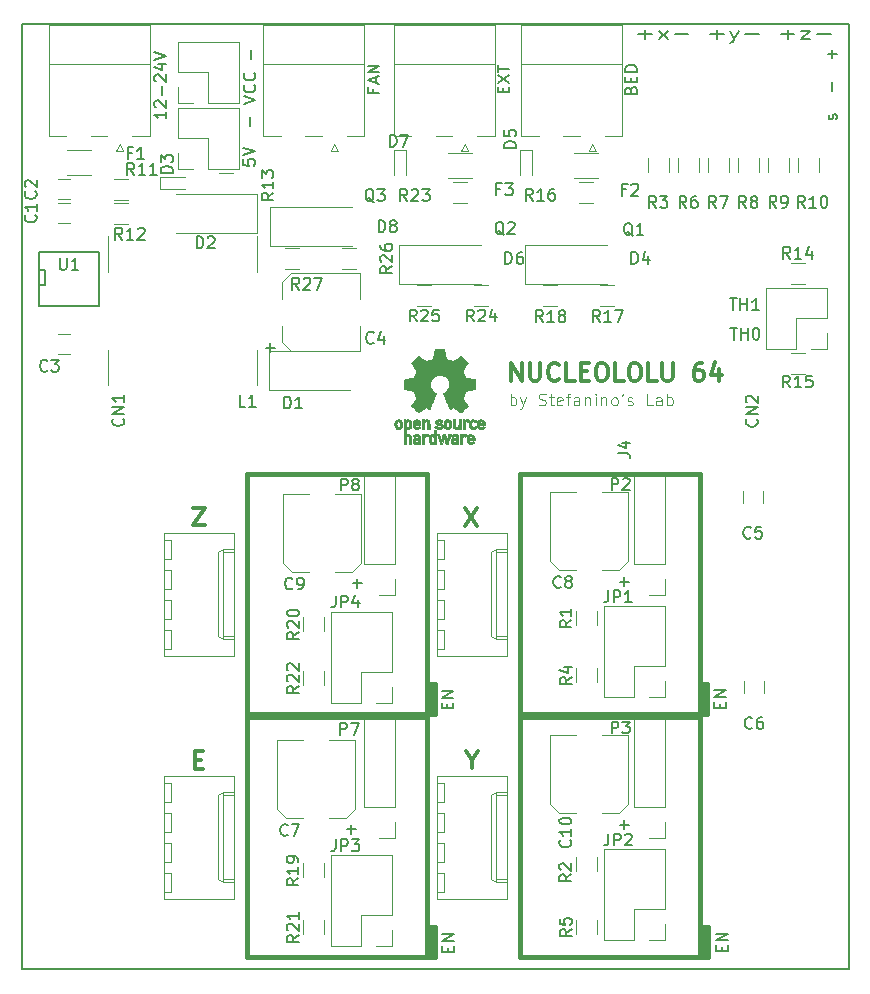
<source format=gbr>
%TF.GenerationSoftware,KiCad,Pcbnew,(2017-04-07 revision 70c961f)-master*%
%TF.CreationDate,2018-03-16T01:23:05+01:00*%
%TF.ProjectId,Nucleololu64,4E75636C656F6C6F6C7536342E6B6963,rev?*%
%TF.FileFunction,Legend,Top*%
%TF.FilePolarity,Positive*%
%FSLAX46Y46*%
G04 Gerber Fmt 4.6, Leading zero omitted, Abs format (unit mm)*
G04 Created by KiCad (PCBNEW (2017-04-07 revision 70c961f)-master) date 2018 March 16, Friday 01:23:05*
%MOMM*%
%LPD*%
G01*
G04 APERTURE LIST*
%ADD10C,0.150000*%
%ADD11C,0.100000*%
%ADD12C,0.300000*%
%ADD13C,0.200000*%
%ADD14C,0.381000*%
%ADD15C,0.120000*%
%ADD16C,0.010000*%
G04 APERTURE END LIST*
D10*
X59902885Y56681620D02*
X60474314Y56681620D01*
X60188600Y55681620D02*
X60188600Y56681620D01*
X60807647Y55681620D02*
X60807647Y56681620D01*
X60807647Y56205429D02*
X61379076Y56205429D01*
X61379076Y55681620D02*
X61379076Y56681620D01*
X62379076Y55681620D02*
X61807647Y55681620D01*
X62093361Y55681620D02*
X62093361Y56681620D01*
X61998123Y56538762D01*
X61902885Y56443524D01*
X61807647Y56395905D01*
D11*
X41363166Y47629820D02*
X41363166Y48629820D01*
X41363166Y48248867D02*
X41458404Y48296486D01*
X41648880Y48296486D01*
X41744119Y48248867D01*
X41791738Y48201248D01*
X41839357Y48106010D01*
X41839357Y47820296D01*
X41791738Y47725058D01*
X41744119Y47677439D01*
X41648880Y47629820D01*
X41458404Y47629820D01*
X41363166Y47677439D01*
X42172690Y48296486D02*
X42410785Y47629820D01*
X42648880Y48296486D02*
X42410785Y47629820D01*
X42315547Y47391724D01*
X42267928Y47344105D01*
X42172690Y47296486D01*
X43744119Y47677439D02*
X43886976Y47629820D01*
X44125071Y47629820D01*
X44220309Y47677439D01*
X44267928Y47725058D01*
X44315547Y47820296D01*
X44315547Y47915534D01*
X44267928Y48010772D01*
X44220309Y48058391D01*
X44125071Y48106010D01*
X43934595Y48153629D01*
X43839357Y48201248D01*
X43791738Y48248867D01*
X43744119Y48344105D01*
X43744119Y48439343D01*
X43791738Y48534581D01*
X43839357Y48582200D01*
X43934595Y48629820D01*
X44172690Y48629820D01*
X44315547Y48582200D01*
X44601261Y48296486D02*
X44982214Y48296486D01*
X44744119Y48629820D02*
X44744119Y47772677D01*
X44791738Y47677439D01*
X44886976Y47629820D01*
X44982214Y47629820D01*
X45696500Y47677439D02*
X45601261Y47629820D01*
X45410785Y47629820D01*
X45315547Y47677439D01*
X45267928Y47772677D01*
X45267928Y48153629D01*
X45315547Y48248867D01*
X45410785Y48296486D01*
X45601261Y48296486D01*
X45696500Y48248867D01*
X45744119Y48153629D01*
X45744119Y48058391D01*
X45267928Y47963153D01*
X46029833Y48296486D02*
X46410785Y48296486D01*
X46172690Y47629820D02*
X46172690Y48486962D01*
X46220309Y48582200D01*
X46315547Y48629820D01*
X46410785Y48629820D01*
X47172690Y47629820D02*
X47172690Y48153629D01*
X47125071Y48248867D01*
X47029833Y48296486D01*
X46839357Y48296486D01*
X46744119Y48248867D01*
X47172690Y47677439D02*
X47077452Y47629820D01*
X46839357Y47629820D01*
X46744119Y47677439D01*
X46696500Y47772677D01*
X46696500Y47867915D01*
X46744119Y47963153D01*
X46839357Y48010772D01*
X47077452Y48010772D01*
X47172690Y48058391D01*
X47648880Y48296486D02*
X47648880Y47629820D01*
X47648880Y48201248D02*
X47696500Y48248867D01*
X47791738Y48296486D01*
X47934595Y48296486D01*
X48029833Y48248867D01*
X48077452Y48153629D01*
X48077452Y47629820D01*
X48553642Y47629820D02*
X48553642Y48296486D01*
X48553642Y48629820D02*
X48506023Y48582200D01*
X48553642Y48534581D01*
X48601261Y48582200D01*
X48553642Y48629820D01*
X48553642Y48534581D01*
X49029833Y48296486D02*
X49029833Y47629820D01*
X49029833Y48201248D02*
X49077452Y48248867D01*
X49172690Y48296486D01*
X49315547Y48296486D01*
X49410785Y48248867D01*
X49458404Y48153629D01*
X49458404Y47629820D01*
X50077452Y47629820D02*
X49982214Y47677439D01*
X49934595Y47725058D01*
X49886976Y47820296D01*
X49886976Y48106010D01*
X49934595Y48201248D01*
X49982214Y48248867D01*
X50077452Y48296486D01*
X50220309Y48296486D01*
X50315547Y48248867D01*
X50363166Y48201248D01*
X50410785Y48106010D01*
X50410785Y47820296D01*
X50363166Y47725058D01*
X50315547Y47677439D01*
X50220309Y47629820D01*
X50077452Y47629820D01*
X50886976Y48629820D02*
X50791738Y48439343D01*
X51267928Y47677439D02*
X51363166Y47629820D01*
X51553642Y47629820D01*
X51648880Y47677439D01*
X51696500Y47772677D01*
X51696500Y47820296D01*
X51648880Y47915534D01*
X51553642Y47963153D01*
X51410785Y47963153D01*
X51315547Y48010772D01*
X51267928Y48106010D01*
X51267928Y48153629D01*
X51315547Y48248867D01*
X51410785Y48296486D01*
X51553642Y48296486D01*
X51648880Y48248867D01*
X53363166Y47629820D02*
X52886976Y47629820D01*
X52886976Y48629820D01*
X54125071Y47629820D02*
X54125071Y48153629D01*
X54077452Y48248867D01*
X53982214Y48296486D01*
X53791738Y48296486D01*
X53696500Y48248867D01*
X54125071Y47677439D02*
X54029833Y47629820D01*
X53791738Y47629820D01*
X53696500Y47677439D01*
X53648880Y47772677D01*
X53648880Y47867915D01*
X53696500Y47963153D01*
X53791738Y48010772D01*
X54029833Y48010772D01*
X54125071Y48058391D01*
X54601261Y47629820D02*
X54601261Y48629820D01*
X54601261Y48248867D02*
X54696500Y48296486D01*
X54886976Y48296486D01*
X54982214Y48248867D01*
X55029833Y48201248D01*
X55077452Y48106010D01*
X55077452Y47820296D01*
X55029833Y47725058D01*
X54982214Y47677439D01*
X54886976Y47629820D01*
X54696500Y47629820D01*
X54601261Y47677439D01*
D10*
X35971171Y21982205D02*
X35971171Y22315539D01*
X36494980Y22458396D02*
X36494980Y21982205D01*
X35494980Y21982205D01*
X35494980Y22458396D01*
X36494980Y22886967D02*
X35494980Y22886967D01*
X36494980Y23458396D01*
X35494980Y23458396D01*
X59047071Y22033005D02*
X59047071Y22366339D01*
X59570880Y22509196D02*
X59570880Y22033005D01*
X58570880Y22033005D01*
X58570880Y22509196D01*
X59570880Y22937767D02*
X58570880Y22937767D01*
X59570880Y23509196D01*
X58570880Y23509196D01*
X59224871Y1420905D02*
X59224871Y1754239D01*
X59748680Y1897096D02*
X59748680Y1420905D01*
X58748680Y1420905D01*
X58748680Y1897096D01*
X59748680Y2325667D02*
X58748680Y2325667D01*
X59748680Y2897096D01*
X58748680Y2897096D01*
X36034671Y1357405D02*
X36034671Y1690739D01*
X36558480Y1833596D02*
X36558480Y1357405D01*
X35558480Y1357405D01*
X35558480Y1833596D01*
X36558480Y2262167D02*
X35558480Y2262167D01*
X36558480Y2833596D01*
X35558480Y2833596D01*
D12*
X14473300Y38959529D02*
X15473300Y38959529D01*
X14473300Y37459529D01*
X15473300Y37459529D01*
X37498400Y38908729D02*
X38498400Y37408729D01*
X38498400Y38908729D02*
X37498400Y37408729D01*
X38061900Y17612515D02*
X38061900Y16898229D01*
X37561900Y18398229D02*
X38061900Y17612515D01*
X38561900Y18398229D01*
X14601071Y17633143D02*
X15101071Y17633143D01*
X15315357Y16847429D02*
X14601071Y16847429D01*
X14601071Y18347429D01*
X15315357Y18347429D01*
D10*
X68908561Y71852210D02*
X68956180Y71947448D01*
X68956180Y72137924D01*
X68908561Y72233162D01*
X68813323Y72280781D01*
X68765704Y72280781D01*
X68670466Y72233162D01*
X68622847Y72137924D01*
X68622847Y71995067D01*
X68575228Y71899829D01*
X68479990Y71852210D01*
X68432371Y71852210D01*
X68337133Y71899829D01*
X68289514Y71995067D01*
X68289514Y72137924D01*
X68337133Y72233162D01*
X68575228Y74233162D02*
X68575228Y74995067D01*
X68575228Y76995067D02*
X68575228Y77756972D01*
X68956180Y77376020D02*
X68194276Y77376020D01*
X59940985Y54192420D02*
X60512414Y54192420D01*
X60226700Y53192420D02*
X60226700Y54192420D01*
X60845747Y53192420D02*
X60845747Y54192420D01*
X60845747Y53716229D02*
X61417176Y53716229D01*
X61417176Y53192420D02*
X61417176Y54192420D01*
X62083842Y54192420D02*
X62179080Y54192420D01*
X62274319Y54144800D01*
X62321938Y54097181D01*
X62369557Y54001943D01*
X62417176Y53811467D01*
X62417176Y53573372D01*
X62369557Y53382896D01*
X62321938Y53287658D01*
X62274319Y53240039D01*
X62179080Y53192420D01*
X62083842Y53192420D01*
X61988604Y53240039D01*
X61940985Y53287658D01*
X61893366Y53382896D01*
X61845747Y53573372D01*
X61845747Y53811467D01*
X61893366Y54001943D01*
X61940985Y54097181D01*
X61988604Y54144800D01*
X62083842Y54192420D01*
D12*
X41419771Y49715029D02*
X41419771Y51215029D01*
X42276914Y49715029D01*
X42276914Y51215029D01*
X42991200Y51215029D02*
X42991200Y50000743D01*
X43062628Y49857886D01*
X43134057Y49786458D01*
X43276914Y49715029D01*
X43562628Y49715029D01*
X43705485Y49786458D01*
X43776914Y49857886D01*
X43848342Y50000743D01*
X43848342Y51215029D01*
X45419771Y49857886D02*
X45348342Y49786458D01*
X45134057Y49715029D01*
X44991200Y49715029D01*
X44776914Y49786458D01*
X44634057Y49929315D01*
X44562628Y50072172D01*
X44491200Y50357886D01*
X44491200Y50572172D01*
X44562628Y50857886D01*
X44634057Y51000743D01*
X44776914Y51143600D01*
X44991200Y51215029D01*
X45134057Y51215029D01*
X45348342Y51143600D01*
X45419771Y51072172D01*
X46776914Y49715029D02*
X46062628Y49715029D01*
X46062628Y51215029D01*
X47276914Y50500743D02*
X47776914Y50500743D01*
X47991200Y49715029D02*
X47276914Y49715029D01*
X47276914Y51215029D01*
X47991200Y51215029D01*
X48919771Y51215029D02*
X49205485Y51215029D01*
X49348342Y51143600D01*
X49491200Y51000743D01*
X49562628Y50715029D01*
X49562628Y50215029D01*
X49491200Y49929315D01*
X49348342Y49786458D01*
X49205485Y49715029D01*
X48919771Y49715029D01*
X48776914Y49786458D01*
X48634057Y49929315D01*
X48562628Y50215029D01*
X48562628Y50715029D01*
X48634057Y51000743D01*
X48776914Y51143600D01*
X48919771Y51215029D01*
X50919771Y49715029D02*
X50205485Y49715029D01*
X50205485Y51215029D01*
X51705485Y51215029D02*
X51991200Y51215029D01*
X52134057Y51143600D01*
X52276914Y51000743D01*
X52348342Y50715029D01*
X52348342Y50215029D01*
X52276914Y49929315D01*
X52134057Y49786458D01*
X51991200Y49715029D01*
X51705485Y49715029D01*
X51562628Y49786458D01*
X51419771Y49929315D01*
X51348342Y50215029D01*
X51348342Y50715029D01*
X51419771Y51000743D01*
X51562628Y51143600D01*
X51705485Y51215029D01*
X53705485Y49715029D02*
X52991200Y49715029D01*
X52991200Y51215029D01*
X54205485Y51215029D02*
X54205485Y50000743D01*
X54276914Y49857886D01*
X54348342Y49786458D01*
X54491200Y49715029D01*
X54776914Y49715029D01*
X54919771Y49786458D01*
X54991200Y49857886D01*
X55062628Y50000743D01*
X55062628Y51215029D01*
X57562628Y51215029D02*
X57276914Y51215029D01*
X57134057Y51143600D01*
X57062628Y51072172D01*
X56919771Y50857886D01*
X56848342Y50572172D01*
X56848342Y50000743D01*
X56919771Y49857886D01*
X56991200Y49786458D01*
X57134057Y49715029D01*
X57419771Y49715029D01*
X57562628Y49786458D01*
X57634057Y49857886D01*
X57705485Y50000743D01*
X57705485Y50357886D01*
X57634057Y50500743D01*
X57562628Y50572172D01*
X57419771Y50643600D01*
X57134057Y50643600D01*
X56991200Y50572172D01*
X56919771Y50500743D01*
X56848342Y50357886D01*
X58991200Y50715029D02*
X58991200Y49715029D01*
X58634057Y51286458D02*
X58276914Y50215029D01*
X59205485Y50215029D01*
D10*
X52156742Y79036872D02*
X53299600Y79036872D01*
X52728171Y78655920D02*
X52728171Y79417824D01*
X53871028Y78655920D02*
X54656742Y79322586D01*
X53871028Y79322586D02*
X54656742Y78655920D01*
X55228171Y79036872D02*
X56371028Y79036872D01*
X58228171Y79036872D02*
X59371028Y79036872D01*
X58799600Y78655920D02*
X58799600Y79417824D01*
X59942457Y79322586D02*
X60299600Y78655920D01*
X60656742Y79322586D02*
X60299600Y78655920D01*
X60156742Y78417824D01*
X60085314Y78370205D01*
X59942457Y78322586D01*
X61228171Y79036872D02*
X62371028Y79036872D01*
X64228171Y79036872D02*
X65371028Y79036872D01*
X64799600Y78655920D02*
X64799600Y79417824D01*
X65942457Y79322586D02*
X66728171Y79322586D01*
X65942457Y78655920D01*
X66728171Y78655920D01*
X67299600Y79036872D02*
X68442457Y79036872D01*
D13*
X-30000Y-105000D02*
X69970000Y-105000D01*
X69970000Y79895000D02*
X69970000Y-105000D01*
D10*
X-30000Y79895000D02*
X69970000Y79895000D01*
X-30000Y-105000D02*
X-30000Y79895000D01*
D14*
X57404000Y889000D02*
X42164000Y889000D01*
X57404000Y21209000D02*
X57404000Y889000D01*
X42164000Y21209000D02*
X57404000Y21209000D01*
X42164000Y889000D02*
X42164000Y21209000D01*
X58039000Y3429000D02*
X57404000Y3429000D01*
X58039000Y889000D02*
X58039000Y3429000D01*
X57404000Y889000D02*
X58039000Y889000D01*
X57721500Y889000D02*
X57721500Y3429000D01*
X57373000Y21476000D02*
X42133000Y21476000D01*
X57373000Y41796000D02*
X57373000Y21476000D01*
X42133000Y41796000D02*
X57373000Y41796000D01*
X42133000Y21476000D02*
X42133000Y41796000D01*
X58008000Y24016000D02*
X57373000Y24016000D01*
X58008000Y21476000D02*
X58008000Y24016000D01*
X57373000Y21476000D02*
X58008000Y21476000D01*
X57690500Y21476000D02*
X57690500Y24016000D01*
X34607500Y889000D02*
X34607500Y3429000D01*
X34290000Y889000D02*
X34925000Y889000D01*
X34925000Y889000D02*
X34925000Y3429000D01*
X34925000Y3429000D02*
X34290000Y3429000D01*
X19050000Y889000D02*
X19050000Y21209000D01*
X19050000Y21209000D02*
X34290000Y21209000D01*
X34290000Y21209000D02*
X34290000Y889000D01*
X34290000Y889000D02*
X19050000Y889000D01*
X34290000Y21463000D02*
X19050000Y21463000D01*
X34290000Y41783000D02*
X34290000Y21463000D01*
X19050000Y41783000D02*
X34290000Y41783000D01*
X19050000Y21463000D02*
X19050000Y41783000D01*
X34925000Y24003000D02*
X34290000Y24003000D01*
X34925000Y21463000D02*
X34925000Y24003000D01*
X34290000Y21463000D02*
X34925000Y21463000D01*
X34607500Y21463000D02*
X34607500Y24003000D01*
D15*
X19889000Y52326000D02*
X19889000Y49326000D01*
X7289000Y49326000D02*
X7289000Y52326000D01*
X7289000Y58926000D02*
X7289000Y61926000D01*
X19889000Y61926000D02*
X19889000Y58926000D01*
X23758000Y7655000D02*
X23758000Y8855000D01*
X25518000Y8855000D02*
X25518000Y7655000D01*
X54416000Y30667000D02*
X49216000Y30667000D01*
X54416000Y25527000D02*
X54416000Y30667000D01*
X49216000Y22927000D02*
X49216000Y30667000D01*
X54416000Y25527000D02*
X51816000Y25527000D01*
X51816000Y25527000D02*
X51816000Y22927000D01*
X51816000Y22927000D02*
X49216000Y22927000D01*
X54416000Y24257000D02*
X54416000Y22927000D01*
X54416000Y22927000D02*
X53086000Y22927000D01*
X54416000Y41843000D02*
X51756000Y41843000D01*
X54416000Y34163000D02*
X54416000Y41843000D01*
X51756000Y34163000D02*
X51756000Y41843000D01*
X54416000Y34163000D02*
X51756000Y34163000D01*
X54416000Y32893000D02*
X54416000Y31563000D01*
X54416000Y31563000D02*
X53086000Y31563000D01*
X5826000Y67129000D02*
X3826000Y67129000D01*
X3826000Y69269000D02*
X5826000Y69269000D01*
X46752000Y69015000D02*
X48752000Y69015000D01*
X48752000Y66875000D02*
X46752000Y66875000D01*
X54416000Y10093000D02*
X49216000Y10093000D01*
X54416000Y4953000D02*
X54416000Y10093000D01*
X49216000Y2353000D02*
X49216000Y10093000D01*
X54416000Y4953000D02*
X51816000Y4953000D01*
X51816000Y4953000D02*
X51816000Y2353000D01*
X51816000Y2353000D02*
X49216000Y2353000D01*
X54416000Y3683000D02*
X54416000Y2353000D01*
X54416000Y2353000D02*
X53086000Y2353000D01*
X31302000Y9585000D02*
X26102000Y9585000D01*
X31302000Y4445000D02*
X31302000Y9585000D01*
X26102000Y1845000D02*
X26102000Y9585000D01*
X31302000Y4445000D02*
X28702000Y4445000D01*
X28702000Y4445000D02*
X28702000Y1845000D01*
X28702000Y1845000D02*
X26102000Y1845000D01*
X31302000Y3175000D02*
X31302000Y1845000D01*
X31302000Y1845000D02*
X29972000Y1845000D01*
X31302000Y30159000D02*
X26102000Y30159000D01*
X31302000Y25019000D02*
X31302000Y30159000D01*
X26102000Y22419000D02*
X26102000Y30159000D01*
X31302000Y25019000D02*
X28702000Y25019000D01*
X28702000Y25019000D02*
X28702000Y22419000D01*
X28702000Y22419000D02*
X26102000Y22419000D01*
X31302000Y23749000D02*
X31302000Y22419000D01*
X31302000Y22419000D02*
X29972000Y22419000D01*
X66259000Y57921000D02*
X65059000Y57921000D01*
X65059000Y59681000D02*
X66259000Y59681000D01*
X66259000Y50301000D02*
X65059000Y50301000D01*
X65059000Y52061000D02*
X66259000Y52061000D01*
X48352000Y64779000D02*
X47152000Y64779000D01*
X47152000Y66539000D02*
X48352000Y66539000D01*
X59808000Y68545000D02*
X59808000Y67345000D01*
X58048000Y67345000D02*
X58048000Y68545000D01*
X16672000Y67301000D02*
X17872000Y67301000D01*
X17872000Y65541000D02*
X16672000Y65541000D01*
X7782000Y64761000D02*
X8982000Y64761000D01*
X8982000Y63001000D02*
X7782000Y63001000D01*
X62348000Y68545000D02*
X62348000Y67345000D01*
X60588000Y67345000D02*
X60588000Y68545000D01*
X8982000Y65033000D02*
X7782000Y65033000D01*
X7782000Y66793000D02*
X8982000Y66793000D01*
X57268000Y68545000D02*
X57268000Y67345000D01*
X55508000Y67345000D02*
X55508000Y68545000D01*
X48632000Y4029000D02*
X48632000Y2829000D01*
X46872000Y2829000D02*
X46872000Y4029000D01*
X50130000Y56016000D02*
X48930000Y56016000D01*
X48930000Y57776000D02*
X50130000Y57776000D01*
X45304000Y56016000D02*
X44104000Y56016000D01*
X44104000Y57776000D02*
X45304000Y57776000D01*
X23758000Y28483000D02*
X23758000Y29683000D01*
X25518000Y29683000D02*
X25518000Y28483000D01*
X67428000Y68545000D02*
X67428000Y67345000D01*
X65668000Y67345000D02*
X65668000Y68545000D01*
X64888000Y68545000D02*
X64888000Y67345000D01*
X63128000Y67345000D02*
X63128000Y68545000D01*
X25518000Y4029000D02*
X25518000Y2829000D01*
X23758000Y2829000D02*
X23758000Y4029000D01*
X25518000Y25111000D02*
X25518000Y23911000D01*
X23758000Y23911000D02*
X23758000Y25111000D01*
X37684000Y64779000D02*
X36484000Y64779000D01*
X36484000Y66539000D02*
X37684000Y66539000D01*
X39462000Y56016000D02*
X38262000Y56016000D01*
X38262000Y57776000D02*
X39462000Y57776000D01*
X48632000Y25365000D02*
X48632000Y24165000D01*
X46872000Y24165000D02*
X46872000Y25365000D01*
X46872000Y28991000D02*
X46872000Y30191000D01*
X48632000Y30191000D02*
X48632000Y28991000D01*
X46872000Y8163000D02*
X46872000Y9363000D01*
X48632000Y9363000D02*
X48632000Y8163000D01*
X54728000Y68545000D02*
X54728000Y67345000D01*
X52968000Y67345000D02*
X52968000Y68545000D01*
D10*
X1397000Y60579000D02*
X6477000Y60579000D01*
X6477000Y60579000D02*
X6477000Y56007000D01*
X6477000Y56007000D02*
X1397000Y56007000D01*
X1397000Y56007000D02*
X1397000Y60579000D01*
X1397000Y59055000D02*
X1905000Y59055000D01*
X1905000Y59055000D02*
X1905000Y57785000D01*
X1905000Y57785000D02*
X1397000Y57785000D01*
D15*
X4056000Y64731000D02*
X3056000Y64731000D01*
X3056000Y63031000D02*
X4056000Y63031000D01*
X4056000Y66763000D02*
X3056000Y66763000D01*
X3056000Y65063000D02*
X4056000Y65063000D01*
X4056000Y53682000D02*
X3056000Y53682000D01*
X3056000Y51982000D02*
X4056000Y51982000D01*
X21973000Y52959000D02*
X21973000Y54379000D01*
X28573000Y52199000D02*
X28573000Y54379000D01*
X28573000Y58799000D02*
X28573000Y56619000D01*
X21973000Y58039000D02*
X21973000Y56619000D01*
X28573000Y52199000D02*
X22733000Y52199000D01*
X22733000Y52199000D02*
X21973000Y52959000D01*
X21973000Y58039000D02*
X22733000Y58799000D01*
X22733000Y58799000D02*
X28573000Y58799000D01*
X62699000Y39378000D02*
X62699000Y40378000D01*
X60999000Y40378000D02*
X60999000Y39378000D01*
X61126000Y24249000D02*
X61126000Y23249000D01*
X62826000Y23249000D02*
X62826000Y24249000D01*
X27432000Y12702000D02*
X26012000Y12702000D01*
X28192000Y19302000D02*
X26012000Y19302000D01*
X21592000Y19302000D02*
X23772000Y19302000D01*
X22352000Y12702000D02*
X23772000Y12702000D01*
X28192000Y19302000D02*
X28192000Y13462000D01*
X28192000Y13462000D02*
X27432000Y12702000D01*
X22352000Y12702000D02*
X21592000Y13462000D01*
X21592000Y13462000D02*
X21592000Y19302000D01*
X50546000Y33657000D02*
X49126000Y33657000D01*
X51306000Y40257000D02*
X49126000Y40257000D01*
X44706000Y40257000D02*
X46886000Y40257000D01*
X45466000Y33657000D02*
X46886000Y33657000D01*
X51306000Y40257000D02*
X51306000Y34417000D01*
X51306000Y34417000D02*
X50546000Y33657000D01*
X45466000Y33657000D02*
X44706000Y34417000D01*
X44706000Y34417000D02*
X44706000Y40257000D01*
X27940000Y33530000D02*
X26520000Y33530000D01*
X28700000Y40130000D02*
X26520000Y40130000D01*
X22100000Y40130000D02*
X24280000Y40130000D01*
X22860000Y33530000D02*
X24280000Y33530000D01*
X28700000Y40130000D02*
X28700000Y34290000D01*
X28700000Y34290000D02*
X27940000Y33530000D01*
X22860000Y33530000D02*
X22100000Y34290000D01*
X22100000Y34290000D02*
X22100000Y40130000D01*
X50546000Y13083000D02*
X49126000Y13083000D01*
X51306000Y19683000D02*
X49126000Y19683000D01*
X44706000Y19683000D02*
X46886000Y19683000D01*
X45466000Y13083000D02*
X46886000Y13083000D01*
X51306000Y19683000D02*
X51306000Y13843000D01*
X51306000Y13843000D02*
X50546000Y13083000D01*
X45466000Y13083000D02*
X44706000Y13843000D01*
X44706000Y13843000D02*
X44706000Y19683000D01*
X20873000Y52196000D02*
X20873000Y48896000D01*
X20873000Y48896000D02*
X27773000Y48896000D01*
X20873000Y52196000D02*
X27773000Y52196000D01*
X19894000Y62231000D02*
X19894000Y65531000D01*
X19894000Y65531000D02*
X12994000Y65531000D01*
X19894000Y62231000D02*
X12994000Y62231000D01*
X42590000Y61213000D02*
X42590000Y57913000D01*
X42590000Y57913000D02*
X49490000Y57913000D01*
X42590000Y61213000D02*
X49490000Y61213000D01*
X10785000Y70475000D02*
X10785000Y79835000D01*
X10785000Y79835000D02*
X2225000Y79835000D01*
X2225000Y79835000D02*
X2225000Y70475000D01*
X10785000Y70475000D02*
X9305000Y70475000D01*
X2225000Y70475000D02*
X3705000Y70475000D01*
X7205000Y70475000D02*
X5805000Y70475000D01*
X10785000Y76555000D02*
X2225000Y76555000D01*
X7955000Y69155000D02*
X8255000Y69755000D01*
X8255000Y69755000D02*
X8555000Y69155000D01*
X8555000Y69155000D02*
X7955000Y69155000D01*
X18348000Y73219000D02*
X18348000Y78419000D01*
X15748000Y73219000D02*
X18348000Y73219000D01*
X13148000Y78419000D02*
X18348000Y78419000D01*
X15748000Y73219000D02*
X15748000Y75819000D01*
X15748000Y75819000D02*
X13148000Y75819000D01*
X13148000Y75819000D02*
X13148000Y78419000D01*
X14478000Y73219000D02*
X13148000Y73219000D01*
X13148000Y73219000D02*
X13148000Y74549000D01*
X54416000Y21269000D02*
X51756000Y21269000D01*
X54416000Y13589000D02*
X54416000Y21269000D01*
X51756000Y13589000D02*
X51756000Y21269000D01*
X54416000Y13589000D02*
X51756000Y13589000D01*
X54416000Y12319000D02*
X54416000Y10989000D01*
X54416000Y10989000D02*
X53086000Y10989000D01*
X36084000Y69015000D02*
X38084000Y69015000D01*
X38084000Y66875000D02*
X36084000Y66875000D01*
X33436000Y57776000D02*
X34636000Y57776000D01*
X34636000Y56016000D02*
X33436000Y56016000D01*
X11654000Y66921000D02*
X13754000Y66921000D01*
X11654000Y65921000D02*
X13754000Y65921000D01*
X11654000Y66921000D02*
X11654000Y65921000D01*
X43172000Y69245000D02*
X43172000Y67145000D01*
X42172000Y69245000D02*
X42172000Y67145000D01*
X43172000Y69245000D02*
X42172000Y69245000D01*
X31922000Y61213000D02*
X31922000Y57913000D01*
X31922000Y57913000D02*
X38822000Y57913000D01*
X31922000Y61213000D02*
X38822000Y61213000D01*
X32504000Y69245000D02*
X31504000Y69245000D01*
X31504000Y69245000D02*
X31504000Y67145000D01*
X32504000Y69245000D02*
X32504000Y67145000D01*
X21000000Y64388000D02*
X27900000Y64388000D01*
X21000000Y61088000D02*
X27900000Y61088000D01*
X21000000Y64388000D02*
X21000000Y61088000D01*
X18348000Y67631000D02*
X18348000Y72831000D01*
X15748000Y67631000D02*
X18348000Y67631000D01*
X13148000Y72831000D02*
X18348000Y72831000D01*
X15748000Y67631000D02*
X15748000Y70231000D01*
X15748000Y70231000D02*
X13148000Y70231000D01*
X13148000Y70231000D02*
X13148000Y72831000D01*
X14478000Y67631000D02*
X13148000Y67631000D01*
X13148000Y67631000D02*
X13148000Y68961000D01*
X68132000Y52391000D02*
X66802000Y52391000D01*
X68132000Y53721000D02*
X68132000Y52391000D01*
X65532000Y52391000D02*
X62932000Y52391000D01*
X65532000Y54991000D02*
X65532000Y52391000D01*
X68132000Y54991000D02*
X65532000Y54991000D01*
X62932000Y52391000D02*
X62932000Y57591000D01*
X68132000Y54991000D02*
X68132000Y57591000D01*
X68132000Y57591000D02*
X62932000Y57591000D01*
X35080000Y26443000D02*
X41080000Y26443000D01*
X41080000Y26443000D02*
X41080000Y36803000D01*
X41080000Y36803000D02*
X35080000Y36803000D01*
X35080000Y36803000D02*
X35080000Y26443000D01*
X41080000Y27813000D02*
X40080000Y27813000D01*
X40080000Y27813000D02*
X40080000Y35433000D01*
X40080000Y35433000D02*
X41080000Y35433000D01*
X40080000Y27813000D02*
X39650000Y28063000D01*
X39650000Y28063000D02*
X39650000Y35183000D01*
X39650000Y35183000D02*
X40080000Y35433000D01*
X41080000Y28063000D02*
X40080000Y28063000D01*
X41080000Y35183000D02*
X40080000Y35183000D01*
X35080000Y27013000D02*
X35700000Y27013000D01*
X35700000Y27013000D02*
X35700000Y28613000D01*
X35700000Y28613000D02*
X35080000Y28613000D01*
X35080000Y29553000D02*
X35700000Y29553000D01*
X35700000Y29553000D02*
X35700000Y31153000D01*
X35700000Y31153000D02*
X35080000Y31153000D01*
X35080000Y32093000D02*
X35700000Y32093000D01*
X35700000Y32093000D02*
X35700000Y33693000D01*
X35700000Y33693000D02*
X35080000Y33693000D01*
X35080000Y34633000D02*
X35700000Y34633000D01*
X35700000Y34633000D02*
X35700000Y36233000D01*
X35700000Y36233000D02*
X35080000Y36233000D01*
X35700000Y15659000D02*
X35080000Y15659000D01*
X35700000Y14059000D02*
X35700000Y15659000D01*
X35080000Y14059000D02*
X35700000Y14059000D01*
X35700000Y13119000D02*
X35080000Y13119000D01*
X35700000Y11519000D02*
X35700000Y13119000D01*
X35080000Y11519000D02*
X35700000Y11519000D01*
X35700000Y10579000D02*
X35080000Y10579000D01*
X35700000Y8979000D02*
X35700000Y10579000D01*
X35080000Y8979000D02*
X35700000Y8979000D01*
X35700000Y8039000D02*
X35080000Y8039000D01*
X35700000Y6439000D02*
X35700000Y8039000D01*
X35080000Y6439000D02*
X35700000Y6439000D01*
X41080000Y14609000D02*
X40080000Y14609000D01*
X41080000Y7489000D02*
X40080000Y7489000D01*
X39650000Y14609000D02*
X40080000Y14859000D01*
X39650000Y7489000D02*
X39650000Y14609000D01*
X40080000Y7239000D02*
X39650000Y7489000D01*
X40080000Y14859000D02*
X41080000Y14859000D01*
X40080000Y7239000D02*
X40080000Y14859000D01*
X41080000Y7239000D02*
X40080000Y7239000D01*
X35080000Y16229000D02*
X35080000Y5869000D01*
X41080000Y16229000D02*
X35080000Y16229000D01*
X41080000Y5869000D02*
X41080000Y16229000D01*
X35080000Y5869000D02*
X41080000Y5869000D01*
X31556000Y21269000D02*
X28896000Y21269000D01*
X31556000Y13589000D02*
X31556000Y21269000D01*
X28896000Y13589000D02*
X28896000Y21269000D01*
X31556000Y13589000D02*
X28896000Y13589000D01*
X31556000Y12319000D02*
X31556000Y10989000D01*
X31556000Y10989000D02*
X30226000Y10989000D01*
X31556000Y31563000D02*
X30226000Y31563000D01*
X31556000Y32893000D02*
X31556000Y31563000D01*
X31556000Y34163000D02*
X28896000Y34163000D01*
X28896000Y34163000D02*
X28896000Y41843000D01*
X31556000Y34163000D02*
X31556000Y41843000D01*
X31556000Y41843000D02*
X28896000Y41843000D01*
X48560000Y69155000D02*
X47960000Y69155000D01*
X48260000Y69755000D02*
X48560000Y69155000D01*
X47960000Y69155000D02*
X48260000Y69755000D01*
X50790000Y76555000D02*
X42230000Y76555000D01*
X47210000Y70475000D02*
X45810000Y70475000D01*
X42230000Y70475000D02*
X43710000Y70475000D01*
X50790000Y70475000D02*
X49310000Y70475000D01*
X42230000Y79835000D02*
X42230000Y70475000D01*
X50790000Y79835000D02*
X42230000Y79835000D01*
X50790000Y70475000D02*
X50790000Y79835000D01*
X39995000Y70475000D02*
X39995000Y79835000D01*
X39995000Y79835000D02*
X31435000Y79835000D01*
X31435000Y79835000D02*
X31435000Y70475000D01*
X39995000Y70475000D02*
X38515000Y70475000D01*
X31435000Y70475000D02*
X32915000Y70475000D01*
X36415000Y70475000D02*
X35015000Y70475000D01*
X39995000Y76555000D02*
X31435000Y76555000D01*
X37165000Y69155000D02*
X37465000Y69755000D01*
X37465000Y69755000D02*
X37765000Y69155000D01*
X37765000Y69155000D02*
X37165000Y69155000D01*
X12586000Y15659000D02*
X11966000Y15659000D01*
X12586000Y14059000D02*
X12586000Y15659000D01*
X11966000Y14059000D02*
X12586000Y14059000D01*
X12586000Y13119000D02*
X11966000Y13119000D01*
X12586000Y11519000D02*
X12586000Y13119000D01*
X11966000Y11519000D02*
X12586000Y11519000D01*
X12586000Y10579000D02*
X11966000Y10579000D01*
X12586000Y8979000D02*
X12586000Y10579000D01*
X11966000Y8979000D02*
X12586000Y8979000D01*
X12586000Y8039000D02*
X11966000Y8039000D01*
X12586000Y6439000D02*
X12586000Y8039000D01*
X11966000Y6439000D02*
X12586000Y6439000D01*
X17966000Y14609000D02*
X16966000Y14609000D01*
X17966000Y7489000D02*
X16966000Y7489000D01*
X16536000Y14609000D02*
X16966000Y14859000D01*
X16536000Y7489000D02*
X16536000Y14609000D01*
X16966000Y7239000D02*
X16536000Y7489000D01*
X16966000Y14859000D02*
X17966000Y14859000D01*
X16966000Y7239000D02*
X16966000Y14859000D01*
X17966000Y7239000D02*
X16966000Y7239000D01*
X11966000Y16229000D02*
X11966000Y5869000D01*
X17966000Y16229000D02*
X11966000Y16229000D01*
X17966000Y5869000D02*
X17966000Y16229000D01*
X11966000Y5869000D02*
X17966000Y5869000D01*
X11966000Y26443000D02*
X17966000Y26443000D01*
X17966000Y26443000D02*
X17966000Y36803000D01*
X17966000Y36803000D02*
X11966000Y36803000D01*
X11966000Y36803000D02*
X11966000Y26443000D01*
X17966000Y27813000D02*
X16966000Y27813000D01*
X16966000Y27813000D02*
X16966000Y35433000D01*
X16966000Y35433000D02*
X17966000Y35433000D01*
X16966000Y27813000D02*
X16536000Y28063000D01*
X16536000Y28063000D02*
X16536000Y35183000D01*
X16536000Y35183000D02*
X16966000Y35433000D01*
X17966000Y28063000D02*
X16966000Y28063000D01*
X17966000Y35183000D02*
X16966000Y35183000D01*
X11966000Y27013000D02*
X12586000Y27013000D01*
X12586000Y27013000D02*
X12586000Y28613000D01*
X12586000Y28613000D02*
X11966000Y28613000D01*
X11966000Y29553000D02*
X12586000Y29553000D01*
X12586000Y29553000D02*
X12586000Y31153000D01*
X12586000Y31153000D02*
X11966000Y31153000D01*
X11966000Y32093000D02*
X12586000Y32093000D01*
X12586000Y32093000D02*
X12586000Y33693000D01*
X12586000Y33693000D02*
X11966000Y33693000D01*
X11966000Y34633000D02*
X12586000Y34633000D01*
X12586000Y34633000D02*
X12586000Y36233000D01*
X12586000Y36233000D02*
X11966000Y36233000D01*
X26716000Y69155000D02*
X26116000Y69155000D01*
X26416000Y69755000D02*
X26716000Y69155000D01*
X26116000Y69155000D02*
X26416000Y69755000D01*
X28946000Y76555000D02*
X20386000Y76555000D01*
X25366000Y70475000D02*
X23966000Y70475000D01*
X20386000Y70475000D02*
X21866000Y70475000D01*
X28946000Y70475000D02*
X27466000Y70475000D01*
X20386000Y79835000D02*
X20386000Y70475000D01*
X28946000Y79835000D02*
X20386000Y79835000D01*
X28946000Y70475000D02*
X28946000Y79835000D01*
X27086000Y60951000D02*
X28286000Y60951000D01*
X28286000Y59191000D02*
X27086000Y59191000D01*
X22260000Y60951000D02*
X23460000Y60951000D01*
X23460000Y59191000D02*
X22260000Y59191000D01*
D16*
G36*
X32782060Y46421832D02*
X32817292Y46404426D01*
X32860740Y46374094D01*
X32892406Y46341017D01*
X32914094Y46299483D01*
X32927603Y46243778D01*
X32934738Y46168189D01*
X32937300Y46067004D01*
X32937450Y46023503D01*
X32937012Y45928165D01*
X32935196Y45860029D01*
X32931245Y45812882D01*
X32924402Y45780510D01*
X32913911Y45756700D01*
X32902996Y45740457D01*
X32833319Y45671348D01*
X32751266Y45629779D01*
X32662750Y45617277D01*
X32573681Y45635366D01*
X32545463Y45648158D01*
X32477910Y45683369D01*
X32477910Y45131600D01*
X32527212Y45157095D01*
X32592173Y45176820D01*
X32672020Y45181873D01*
X32751752Y45172544D01*
X32811965Y45151586D01*
X32861908Y45111673D01*
X32904581Y45054559D01*
X32907790Y45048695D01*
X32921322Y45021073D01*
X32931205Y44993232D01*
X32938009Y44959506D01*
X32942301Y44914229D01*
X32944651Y44851738D01*
X32945628Y44766365D01*
X32945805Y44670290D01*
X32945805Y44363774D01*
X32761989Y44363774D01*
X32761989Y44928961D01*
X32710575Y44972223D01*
X32657166Y45006828D01*
X32606588Y45013120D01*
X32555730Y44996928D01*
X32528625Y44981073D01*
X32508451Y44958490D01*
X32494103Y44924360D01*
X32484476Y44873866D01*
X32478463Y44802189D01*
X32474960Y44704512D01*
X32473726Y44639498D01*
X32469555Y44372129D01*
X32381825Y44367078D01*
X32294094Y44362027D01*
X32294094Y46021199D01*
X32477910Y46021199D01*
X32482596Y45928700D01*
X32498388Y45864491D01*
X32527883Y45824541D01*
X32573680Y45804820D01*
X32619950Y45800879D01*
X32672328Y45805408D01*
X32707090Y45823231D01*
X32728828Y45846781D01*
X32745940Y45872111D01*
X32756127Y45900331D01*
X32760660Y45939869D01*
X32760809Y45999158D01*
X32759284Y46048802D01*
X32755781Y46123590D01*
X32750567Y46172689D01*
X32741787Y46203833D01*
X32727586Y46224755D01*
X32714184Y46236848D01*
X32658187Y46263219D01*
X32591911Y46267478D01*
X32553856Y46258394D01*
X32516177Y46226104D01*
X32491219Y46163294D01*
X32479122Y46070406D01*
X32477910Y46021199D01*
X32294094Y46021199D01*
X32294094Y46435879D01*
X32386002Y46435879D01*
X32441183Y46433697D01*
X32469652Y46425949D01*
X32477906Y46410832D01*
X32477910Y46410384D01*
X32481740Y46395580D01*
X32498633Y46397261D01*
X32532219Y46413528D01*
X32610478Y46438413D01*
X32698527Y46441029D01*
X32782060Y46421832D01*
X32782060Y46421832D01*
G37*
X32782060Y46421832D02*
X32817292Y46404426D01*
X32860740Y46374094D01*
X32892406Y46341017D01*
X32914094Y46299483D01*
X32927603Y46243778D01*
X32934738Y46168189D01*
X32937300Y46067004D01*
X32937450Y46023503D01*
X32937012Y45928165D01*
X32935196Y45860029D01*
X32931245Y45812882D01*
X32924402Y45780510D01*
X32913911Y45756700D01*
X32902996Y45740457D01*
X32833319Y45671348D01*
X32751266Y45629779D01*
X32662750Y45617277D01*
X32573681Y45635366D01*
X32545463Y45648158D01*
X32477910Y45683369D01*
X32477910Y45131600D01*
X32527212Y45157095D01*
X32592173Y45176820D01*
X32672020Y45181873D01*
X32751752Y45172544D01*
X32811965Y45151586D01*
X32861908Y45111673D01*
X32904581Y45054559D01*
X32907790Y45048695D01*
X32921322Y45021073D01*
X32931205Y44993232D01*
X32938009Y44959506D01*
X32942301Y44914229D01*
X32944651Y44851738D01*
X32945628Y44766365D01*
X32945805Y44670290D01*
X32945805Y44363774D01*
X32761989Y44363774D01*
X32761989Y44928961D01*
X32710575Y44972223D01*
X32657166Y45006828D01*
X32606588Y45013120D01*
X32555730Y44996928D01*
X32528625Y44981073D01*
X32508451Y44958490D01*
X32494103Y44924360D01*
X32484476Y44873866D01*
X32478463Y44802189D01*
X32474960Y44704512D01*
X32473726Y44639498D01*
X32469555Y44372129D01*
X32381825Y44367078D01*
X32294094Y44362027D01*
X32294094Y46021199D01*
X32477910Y46021199D01*
X32482596Y45928700D01*
X32498388Y45864491D01*
X32527883Y45824541D01*
X32573680Y45804820D01*
X32619950Y45800879D01*
X32672328Y45805408D01*
X32707090Y45823231D01*
X32728828Y45846781D01*
X32745940Y45872111D01*
X32756127Y45900331D01*
X32760660Y45939869D01*
X32760809Y45999158D01*
X32759284Y46048802D01*
X32755781Y46123590D01*
X32750567Y46172689D01*
X32741787Y46203833D01*
X32727586Y46224755D01*
X32714184Y46236848D01*
X32658187Y46263219D01*
X32591911Y46267478D01*
X32553856Y46258394D01*
X32516177Y46226104D01*
X32491219Y46163294D01*
X32479122Y46070406D01*
X32477910Y46021199D01*
X32294094Y46021199D01*
X32294094Y46435879D01*
X32386002Y46435879D01*
X32441183Y46433697D01*
X32469652Y46425949D01*
X32477906Y46410832D01*
X32477910Y46410384D01*
X32481740Y46395580D01*
X32498633Y46397261D01*
X32532219Y46413528D01*
X32610478Y46438413D01*
X32698527Y46441029D01*
X32782060Y46421832D01*
G36*
X33479157Y45176116D02*
X33557770Y45155140D01*
X33617616Y45117120D01*
X33659847Y45067322D01*
X33672975Y45046070D01*
X33682668Y45023808D01*
X33689444Y44995330D01*
X33693823Y44955429D01*
X33696324Y44898899D01*
X33697468Y44820533D01*
X33697772Y44715124D01*
X33697778Y44687158D01*
X33697778Y44363774D01*
X33617568Y44363774D01*
X33566406Y44367357D01*
X33528577Y44376434D01*
X33519099Y44382032D01*
X33493188Y44391694D01*
X33466724Y44382032D01*
X33423152Y44369970D01*
X33359860Y44365115D01*
X33289710Y44367222D01*
X33225560Y44376044D01*
X33188107Y44387363D01*
X33115633Y44433888D01*
X33070340Y44498454D01*
X33049978Y44584300D01*
X33049788Y44586504D01*
X33051575Y44624587D01*
X33213173Y44624587D01*
X33227301Y44581270D01*
X33250312Y44556892D01*
X33296504Y44538455D01*
X33357475Y44531095D01*
X33419649Y44534717D01*
X33469451Y44549226D01*
X33483403Y44558535D01*
X33507785Y44601547D01*
X33513963Y44650443D01*
X33513963Y44714695D01*
X33421518Y44714695D01*
X33333695Y44707934D01*
X33267118Y44688780D01*
X33225702Y44658924D01*
X33213173Y44624587D01*
X33051575Y44624587D01*
X33054190Y44680296D01*
X33085124Y44754453D01*
X33143281Y44810533D01*
X33151320Y44815635D01*
X33185863Y44832245D01*
X33228618Y44842304D01*
X33288386Y44847193D01*
X33359390Y44848317D01*
X33513963Y44848379D01*
X33513963Y44913175D01*
X33507406Y44963450D01*
X33490675Y44997131D01*
X33488716Y44998924D01*
X33451483Y45013658D01*
X33395280Y45019369D01*
X33333167Y45016563D01*
X33278210Y45005744D01*
X33245599Y44989518D01*
X33227928Y44976520D01*
X33209269Y44974038D01*
X33183519Y44984687D01*
X33144573Y45011082D01*
X33086330Y45055835D01*
X33080984Y45060027D01*
X33083723Y45075540D01*
X33106576Y45101340D01*
X33141309Y45130011D01*
X33179690Y45154134D01*
X33191748Y45159830D01*
X33235734Y45171197D01*
X33300187Y45179305D01*
X33372197Y45182557D01*
X33375564Y45182564D01*
X33479157Y45176116D01*
X33479157Y45176116D01*
G37*
X33479157Y45176116D02*
X33557770Y45155140D01*
X33617616Y45117120D01*
X33659847Y45067322D01*
X33672975Y45046070D01*
X33682668Y45023808D01*
X33689444Y44995330D01*
X33693823Y44955429D01*
X33696324Y44898899D01*
X33697468Y44820533D01*
X33697772Y44715124D01*
X33697778Y44687158D01*
X33697778Y44363774D01*
X33617568Y44363774D01*
X33566406Y44367357D01*
X33528577Y44376434D01*
X33519099Y44382032D01*
X33493188Y44391694D01*
X33466724Y44382032D01*
X33423152Y44369970D01*
X33359860Y44365115D01*
X33289710Y44367222D01*
X33225560Y44376044D01*
X33188107Y44387363D01*
X33115633Y44433888D01*
X33070340Y44498454D01*
X33049978Y44584300D01*
X33049788Y44586504D01*
X33051575Y44624587D01*
X33213173Y44624587D01*
X33227301Y44581270D01*
X33250312Y44556892D01*
X33296504Y44538455D01*
X33357475Y44531095D01*
X33419649Y44534717D01*
X33469451Y44549226D01*
X33483403Y44558535D01*
X33507785Y44601547D01*
X33513963Y44650443D01*
X33513963Y44714695D01*
X33421518Y44714695D01*
X33333695Y44707934D01*
X33267118Y44688780D01*
X33225702Y44658924D01*
X33213173Y44624587D01*
X33051575Y44624587D01*
X33054190Y44680296D01*
X33085124Y44754453D01*
X33143281Y44810533D01*
X33151320Y44815635D01*
X33185863Y44832245D01*
X33228618Y44842304D01*
X33288386Y44847193D01*
X33359390Y44848317D01*
X33513963Y44848379D01*
X33513963Y44913175D01*
X33507406Y44963450D01*
X33490675Y44997131D01*
X33488716Y44998924D01*
X33451483Y45013658D01*
X33395280Y45019369D01*
X33333167Y45016563D01*
X33278210Y45005744D01*
X33245599Y44989518D01*
X33227928Y44976520D01*
X33209269Y44974038D01*
X33183519Y44984687D01*
X33144573Y45011082D01*
X33086330Y45055835D01*
X33080984Y45060027D01*
X33083723Y45075540D01*
X33106576Y45101340D01*
X33141309Y45130011D01*
X33179690Y45154134D01*
X33191748Y45159830D01*
X33235734Y45171197D01*
X33300187Y45179305D01*
X33372197Y45182557D01*
X33375564Y45182564D01*
X33479157Y45176116D01*
G36*
X33998581Y45180814D02*
X34023588Y45173318D01*
X34031650Y45156849D01*
X34031989Y45149414D01*
X34033436Y45128706D01*
X34043398Y45125455D01*
X34070312Y45139652D01*
X34086298Y45149352D01*
X34136733Y45170125D01*
X34196972Y45180396D01*
X34260134Y45181186D01*
X34319337Y45173514D01*
X34367702Y45158402D01*
X34398346Y45136868D01*
X34404389Y45109934D01*
X34401339Y45102640D01*
X34379106Y45072363D01*
X34344630Y45035125D01*
X34338394Y45029105D01*
X34305533Y45001425D01*
X34277180Y44992482D01*
X34237527Y44998724D01*
X34221642Y45002871D01*
X34172209Y45012833D01*
X34137452Y45008353D01*
X34108100Y44992554D01*
X34081213Y44971351D01*
X34061410Y44944686D01*
X34047648Y44907473D01*
X34038884Y44854627D01*
X34034074Y44781063D01*
X34032174Y44681695D01*
X34031989Y44621699D01*
X34031989Y44363774D01*
X33864884Y44363774D01*
X33864884Y45182590D01*
X33948436Y45182590D01*
X33998581Y45180814D01*
X33998581Y45180814D01*
G37*
X33998581Y45180814D02*
X34023588Y45173318D01*
X34031650Y45156849D01*
X34031989Y45149414D01*
X34033436Y45128706D01*
X34043398Y45125455D01*
X34070312Y45139652D01*
X34086298Y45149352D01*
X34136733Y45170125D01*
X34196972Y45180396D01*
X34260134Y45181186D01*
X34319337Y45173514D01*
X34367702Y45158402D01*
X34398346Y45136868D01*
X34404389Y45109934D01*
X34401339Y45102640D01*
X34379106Y45072363D01*
X34344630Y45035125D01*
X34338394Y45029105D01*
X34305533Y45001425D01*
X34277180Y44992482D01*
X34237527Y44998724D01*
X34221642Y45002871D01*
X34172209Y45012833D01*
X34137452Y45008353D01*
X34108100Y44992554D01*
X34081213Y44971351D01*
X34061410Y44944686D01*
X34047648Y44907473D01*
X34038884Y44854627D01*
X34034074Y44781063D01*
X34032174Y44681695D01*
X34031989Y44621699D01*
X34031989Y44363774D01*
X33864884Y44363774D01*
X33864884Y45182590D01*
X33948436Y45182590D01*
X33998581Y45180814D01*
G36*
X35051331Y44363774D02*
X34959423Y44363774D01*
X34906077Y44365338D01*
X34878293Y44371815D01*
X34868290Y44385882D01*
X34867515Y44395394D01*
X34865828Y44414468D01*
X34855190Y44418126D01*
X34827235Y44406368D01*
X34805495Y44395394D01*
X34722032Y44369389D01*
X34631304Y44367884D01*
X34557542Y44387279D01*
X34488854Y44434135D01*
X34436494Y44503296D01*
X34407822Y44584873D01*
X34407092Y44589434D01*
X34402832Y44639199D01*
X34400714Y44710641D01*
X34400884Y44764674D01*
X34583420Y44764674D01*
X34587649Y44692859D01*
X34597268Y44633666D01*
X34610290Y44600240D01*
X34659556Y44554560D01*
X34718050Y44538185D01*
X34778371Y44551427D01*
X34829917Y44590927D01*
X34849438Y44617493D01*
X34860852Y44649194D01*
X34866198Y44695468D01*
X34867515Y44764972D01*
X34865158Y44833801D01*
X34858933Y44894274D01*
X34850108Y44934744D01*
X34848637Y44938371D01*
X34813047Y44981498D01*
X34761100Y45005176D01*
X34702978Y45008999D01*
X34648860Y44992562D01*
X34608926Y44955460D01*
X34604783Y44948078D01*
X34591816Y44903061D01*
X34584752Y44838333D01*
X34583420Y44764674D01*
X34400884Y44764674D01*
X34400971Y44792070D01*
X34402172Y44835895D01*
X34410345Y44944312D01*
X34427330Y45025712D01*
X34455587Y45085888D01*
X34497572Y45130634D01*
X34538332Y45156900D01*
X34595281Y45175365D01*
X34666111Y45181698D01*
X34738641Y45176540D01*
X34800686Y45160531D01*
X34833468Y45141380D01*
X34867515Y45110568D01*
X34867515Y45500090D01*
X35051331Y45500090D01*
X35051331Y44363774D01*
X35051331Y44363774D01*
G37*
X35051331Y44363774D02*
X34959423Y44363774D01*
X34906077Y44365338D01*
X34878293Y44371815D01*
X34868290Y44385882D01*
X34867515Y44395394D01*
X34865828Y44414468D01*
X34855190Y44418126D01*
X34827235Y44406368D01*
X34805495Y44395394D01*
X34722032Y44369389D01*
X34631304Y44367884D01*
X34557542Y44387279D01*
X34488854Y44434135D01*
X34436494Y44503296D01*
X34407822Y44584873D01*
X34407092Y44589434D01*
X34402832Y44639199D01*
X34400714Y44710641D01*
X34400884Y44764674D01*
X34583420Y44764674D01*
X34587649Y44692859D01*
X34597268Y44633666D01*
X34610290Y44600240D01*
X34659556Y44554560D01*
X34718050Y44538185D01*
X34778371Y44551427D01*
X34829917Y44590927D01*
X34849438Y44617493D01*
X34860852Y44649194D01*
X34866198Y44695468D01*
X34867515Y44764972D01*
X34865158Y44833801D01*
X34858933Y44894274D01*
X34850108Y44934744D01*
X34848637Y44938371D01*
X34813047Y44981498D01*
X34761100Y45005176D01*
X34702978Y45008999D01*
X34648860Y44992562D01*
X34608926Y44955460D01*
X34604783Y44948078D01*
X34591816Y44903061D01*
X34584752Y44838333D01*
X34583420Y44764674D01*
X34400884Y44764674D01*
X34400971Y44792070D01*
X34402172Y44835895D01*
X34410345Y44944312D01*
X34427330Y45025712D01*
X34455587Y45085888D01*
X34497572Y45130634D01*
X34538332Y45156900D01*
X34595281Y45175365D01*
X34666111Y45181698D01*
X34738641Y45176540D01*
X34800686Y45160531D01*
X34833468Y45141380D01*
X34867515Y45110568D01*
X34867515Y45500090D01*
X35051331Y45500090D01*
X35051331Y44363774D01*
G36*
X35692830Y45179196D02*
X35758920Y45174234D01*
X35845326Y44915221D01*
X35931731Y44656208D01*
X35958824Y44748116D01*
X35975128Y44804916D01*
X35996575Y44881675D01*
X36019735Y44966049D01*
X36031980Y45011307D01*
X36078044Y45182590D01*
X36268087Y45182590D01*
X36211282Y45002951D01*
X36183307Y44914596D01*
X36149513Y44808019D01*
X36114220Y44696846D01*
X36082713Y44597721D01*
X36010950Y44372129D01*
X35855986Y44362047D01*
X35813970Y44500772D01*
X35788059Y44586949D01*
X35759783Y44681953D01*
X35735069Y44765859D01*
X35734094Y44769198D01*
X35715635Y44826052D01*
X35699349Y44864844D01*
X35687942Y44879513D01*
X35685598Y44877817D01*
X35677371Y44855075D01*
X35661738Y44806360D01*
X35640604Y44737798D01*
X35615870Y44655515D01*
X35602487Y44610254D01*
X35530011Y44363774D01*
X35376195Y44363774D01*
X35253231Y44752294D01*
X35218688Y44861278D01*
X35187221Y44960252D01*
X35160316Y45044564D01*
X35139459Y45109566D01*
X35126138Y45150608D01*
X35122088Y45162599D01*
X35125294Y45174877D01*
X35150465Y45180254D01*
X35202846Y45179716D01*
X35211045Y45179310D01*
X35308182Y45174234D01*
X35371800Y44940287D01*
X35395184Y44854967D01*
X35416081Y44779965D01*
X35432651Y44721793D01*
X35443054Y44686963D01*
X35444976Y44681284D01*
X35452941Y44687814D01*
X35469004Y44721646D01*
X35491321Y44778173D01*
X35518045Y44852790D01*
X35540637Y44920193D01*
X35626741Y45184157D01*
X35692830Y45179196D01*
X35692830Y45179196D01*
G37*
X35692830Y45179196D02*
X35758920Y45174234D01*
X35845326Y44915221D01*
X35931731Y44656208D01*
X35958824Y44748116D01*
X35975128Y44804916D01*
X35996575Y44881675D01*
X36019735Y44966049D01*
X36031980Y45011307D01*
X36078044Y45182590D01*
X36268087Y45182590D01*
X36211282Y45002951D01*
X36183307Y44914596D01*
X36149513Y44808019D01*
X36114220Y44696846D01*
X36082713Y44597721D01*
X36010950Y44372129D01*
X35855986Y44362047D01*
X35813970Y44500772D01*
X35788059Y44586949D01*
X35759783Y44681953D01*
X35735069Y44765859D01*
X35734094Y44769198D01*
X35715635Y44826052D01*
X35699349Y44864844D01*
X35687942Y44879513D01*
X35685598Y44877817D01*
X35677371Y44855075D01*
X35661738Y44806360D01*
X35640604Y44737798D01*
X35615870Y44655515D01*
X35602487Y44610254D01*
X35530011Y44363774D01*
X35376195Y44363774D01*
X35253231Y44752294D01*
X35218688Y44861278D01*
X35187221Y44960252D01*
X35160316Y45044564D01*
X35139459Y45109566D01*
X35126138Y45150608D01*
X35122088Y45162599D01*
X35125294Y45174877D01*
X35150465Y45180254D01*
X35202846Y45179716D01*
X35211045Y45179310D01*
X35308182Y45174234D01*
X35371800Y44940287D01*
X35395184Y44854967D01*
X35416081Y44779965D01*
X35432651Y44721793D01*
X35443054Y44686963D01*
X35444976Y44681284D01*
X35452941Y44687814D01*
X35469004Y44721646D01*
X35491321Y44778173D01*
X35518045Y44852790D01*
X35540637Y44920193D01*
X35626741Y45184157D01*
X35692830Y45179196D01*
G36*
X36698692Y45177627D02*
X36769127Y45160520D01*
X36789487Y45151456D01*
X36828953Y45127717D01*
X36859241Y45100979D01*
X36881652Y45066601D01*
X36897486Y45019940D01*
X36908043Y44956354D01*
X36914624Y44871201D01*
X36918528Y44759838D01*
X36920010Y44685451D01*
X36925465Y44363774D01*
X36832280Y44363774D01*
X36775747Y44366144D01*
X36746622Y44374245D01*
X36739094Y44387849D01*
X36735120Y44402559D01*
X36717352Y44399746D01*
X36693140Y44387952D01*
X36632528Y44369873D01*
X36554629Y44365001D01*
X36472695Y44372970D01*
X36399981Y44393411D01*
X36393459Y44396249D01*
X36327002Y44442935D01*
X36283191Y44507836D01*
X36263032Y44583700D01*
X36264572Y44610956D01*
X36429045Y44610956D01*
X36443537Y44574276D01*
X36486505Y44547991D01*
X36555829Y44533883D01*
X36592877Y44532010D01*
X36654619Y44536806D01*
X36695660Y44555442D01*
X36705673Y44564300D01*
X36732800Y44612494D01*
X36739094Y44656208D01*
X36739094Y44714695D01*
X36657630Y44714695D01*
X36562934Y44709868D01*
X36496513Y44694687D01*
X36454546Y44668100D01*
X36445149Y44656248D01*
X36429045Y44610956D01*
X36264572Y44610956D01*
X36267529Y44663274D01*
X36297685Y44739305D01*
X36338831Y44790688D01*
X36363752Y44812903D01*
X36388148Y44827502D01*
X36419891Y44836403D01*
X36466852Y44841525D01*
X36536904Y44844785D01*
X36564690Y44845723D01*
X36739094Y44851421D01*
X36738838Y44904209D01*
X36732084Y44959697D01*
X36707664Y44993248D01*
X36658330Y45014682D01*
X36657006Y45015064D01*
X36587060Y45023492D01*
X36518614Y45012484D01*
X36467747Y44985715D01*
X36447337Y44972497D01*
X36425354Y44974326D01*
X36391526Y44993476D01*
X36371661Y45006992D01*
X36332806Y45035868D01*
X36308738Y45057514D01*
X36304876Y45063711D01*
X36320779Y45095781D01*
X36367765Y45134081D01*
X36388173Y45147003D01*
X36446843Y45169259D01*
X36525912Y45181868D01*
X36613741Y45184700D01*
X36698692Y45177627D01*
X36698692Y45177627D01*
G37*
X36698692Y45177627D02*
X36769127Y45160520D01*
X36789487Y45151456D01*
X36828953Y45127717D01*
X36859241Y45100979D01*
X36881652Y45066601D01*
X36897486Y45019940D01*
X36908043Y44956354D01*
X36914624Y44871201D01*
X36918528Y44759838D01*
X36920010Y44685451D01*
X36925465Y44363774D01*
X36832280Y44363774D01*
X36775747Y44366144D01*
X36746622Y44374245D01*
X36739094Y44387849D01*
X36735120Y44402559D01*
X36717352Y44399746D01*
X36693140Y44387952D01*
X36632528Y44369873D01*
X36554629Y44365001D01*
X36472695Y44372970D01*
X36399981Y44393411D01*
X36393459Y44396249D01*
X36327002Y44442935D01*
X36283191Y44507836D01*
X36263032Y44583700D01*
X36264572Y44610956D01*
X36429045Y44610956D01*
X36443537Y44574276D01*
X36486505Y44547991D01*
X36555829Y44533883D01*
X36592877Y44532010D01*
X36654619Y44536806D01*
X36695660Y44555442D01*
X36705673Y44564300D01*
X36732800Y44612494D01*
X36739094Y44656208D01*
X36739094Y44714695D01*
X36657630Y44714695D01*
X36562934Y44709868D01*
X36496513Y44694687D01*
X36454546Y44668100D01*
X36445149Y44656248D01*
X36429045Y44610956D01*
X36264572Y44610956D01*
X36267529Y44663274D01*
X36297685Y44739305D01*
X36338831Y44790688D01*
X36363752Y44812903D01*
X36388148Y44827502D01*
X36419891Y44836403D01*
X36466852Y44841525D01*
X36536904Y44844785D01*
X36564690Y44845723D01*
X36739094Y44851421D01*
X36738838Y44904209D01*
X36732084Y44959697D01*
X36707664Y44993248D01*
X36658330Y45014682D01*
X36657006Y45015064D01*
X36587060Y45023492D01*
X36518614Y45012484D01*
X36467747Y44985715D01*
X36447337Y44972497D01*
X36425354Y44974326D01*
X36391526Y44993476D01*
X36371661Y45006992D01*
X36332806Y45035868D01*
X36308738Y45057514D01*
X36304876Y45063711D01*
X36320779Y45095781D01*
X36367765Y45134081D01*
X36388173Y45147003D01*
X36446843Y45169259D01*
X36525912Y45181868D01*
X36613741Y45184700D01*
X36698692Y45177627D01*
G36*
X37491867Y45182853D02*
X37556108Y45170188D01*
X37592680Y45151436D01*
X37631153Y45120283D01*
X37576417Y45051173D01*
X37542669Y45009321D01*
X37519753Y44988902D01*
X37496979Y44985783D01*
X37463656Y44995828D01*
X37448014Y45001511D01*
X37384242Y45009896D01*
X37325840Y44991922D01*
X37282964Y44951318D01*
X37275999Y44938371D01*
X37268413Y44904076D01*
X37262559Y44840873D01*
X37258711Y44753240D01*
X37257143Y44645660D01*
X37257121Y44630356D01*
X37257121Y44363774D01*
X37073305Y44363774D01*
X37073305Y45182590D01*
X37165213Y45182590D01*
X37218207Y45181206D01*
X37245815Y45175048D01*
X37256024Y45161106D01*
X37257121Y45147956D01*
X37257121Y45113322D01*
X37301150Y45147956D01*
X37351637Y45171584D01*
X37419460Y45183267D01*
X37491867Y45182853D01*
X37491867Y45182853D01*
G37*
X37491867Y45182853D02*
X37556108Y45170188D01*
X37592680Y45151436D01*
X37631153Y45120283D01*
X37576417Y45051173D01*
X37542669Y45009321D01*
X37519753Y44988902D01*
X37496979Y44985783D01*
X37463656Y44995828D01*
X37448014Y45001511D01*
X37384242Y45009896D01*
X37325840Y44991922D01*
X37282964Y44951318D01*
X37275999Y44938371D01*
X37268413Y44904076D01*
X37262559Y44840873D01*
X37258711Y44753240D01*
X37257143Y44645660D01*
X37257121Y44630356D01*
X37257121Y44363774D01*
X37073305Y44363774D01*
X37073305Y45182590D01*
X37165213Y45182590D01*
X37218207Y45181206D01*
X37245815Y45175048D01*
X37256024Y45161106D01*
X37257121Y45147956D01*
X37257121Y45113322D01*
X37301150Y45147956D01*
X37351637Y45171584D01*
X37419460Y45183267D01*
X37491867Y45182853D01*
G36*
X38019893Y45178222D02*
X38099768Y45157455D01*
X38166662Y45114595D01*
X38199051Y45082577D01*
X38252145Y45006887D01*
X38282573Y44919084D01*
X38293027Y44811150D01*
X38293080Y44802425D01*
X38293173Y44714695D01*
X37788234Y44714695D01*
X37798998Y44668741D01*
X37818432Y44627122D01*
X37852445Y44583756D01*
X37859560Y44576833D01*
X37920703Y44539365D01*
X37990429Y44533011D01*
X38070687Y44557662D01*
X38084292Y44564300D01*
X38126019Y44584481D01*
X38153968Y44595979D01*
X38158845Y44597042D01*
X38175868Y44586717D01*
X38208333Y44561455D01*
X38224814Y44547650D01*
X38258964Y44515939D01*
X38270178Y44495001D01*
X38262395Y44475740D01*
X38258235Y44470473D01*
X38230057Y44447422D01*
X38183562Y44419408D01*
X38151134Y44403054D01*
X38059085Y44374241D01*
X37957176Y44364905D01*
X37860663Y44375968D01*
X37833634Y44383888D01*
X37749976Y44428719D01*
X37687966Y44497702D01*
X37647245Y44591506D01*
X37627455Y44710802D01*
X37625282Y44773182D01*
X37631626Y44864002D01*
X37791857Y44864002D01*
X37807355Y44857288D01*
X37849012Y44852020D01*
X37909576Y44848911D01*
X37950607Y44848379D01*
X38024411Y44848892D01*
X38070993Y44851294D01*
X38096548Y44856878D01*
X38107269Y44866939D01*
X38109357Y44881537D01*
X38095031Y44926504D01*
X38058962Y44970947D01*
X38011515Y45005058D01*
X37964049Y45019012D01*
X37899579Y45006634D01*
X37843770Y44970848D01*
X37805074Y44919267D01*
X37791857Y44864002D01*
X37631626Y44864002D01*
X37634521Y44905434D01*
X37663036Y45010802D01*
X37711429Y45090122D01*
X37780304Y45144229D01*
X37870265Y45173957D01*
X37919000Y45179682D01*
X38019893Y45178222D01*
X38019893Y45178222D01*
G37*
X38019893Y45178222D02*
X38099768Y45157455D01*
X38166662Y45114595D01*
X38199051Y45082577D01*
X38252145Y45006887D01*
X38282573Y44919084D01*
X38293027Y44811150D01*
X38293080Y44802425D01*
X38293173Y44714695D01*
X37788234Y44714695D01*
X37798998Y44668741D01*
X37818432Y44627122D01*
X37852445Y44583756D01*
X37859560Y44576833D01*
X37920703Y44539365D01*
X37990429Y44533011D01*
X38070687Y44557662D01*
X38084292Y44564300D01*
X38126019Y44584481D01*
X38153968Y44595979D01*
X38158845Y44597042D01*
X38175868Y44586717D01*
X38208333Y44561455D01*
X38224814Y44547650D01*
X38258964Y44515939D01*
X38270178Y44495001D01*
X38262395Y44475740D01*
X38258235Y44470473D01*
X38230057Y44447422D01*
X38183562Y44419408D01*
X38151134Y44403054D01*
X38059085Y44374241D01*
X37957176Y44364905D01*
X37860663Y44375968D01*
X37833634Y44383888D01*
X37749976Y44428719D01*
X37687966Y44497702D01*
X37647245Y44591506D01*
X37627455Y44710802D01*
X37625282Y44773182D01*
X37631626Y44864002D01*
X37791857Y44864002D01*
X37807355Y44857288D01*
X37849012Y44852020D01*
X37909576Y44848911D01*
X37950607Y44848379D01*
X38024411Y44848892D01*
X38070993Y44851294D01*
X38096548Y44856878D01*
X38107269Y44866939D01*
X38109357Y44881537D01*
X38095031Y44926504D01*
X38058962Y44970947D01*
X38011515Y45005058D01*
X37964049Y45019012D01*
X37899579Y45006634D01*
X37843770Y44970848D01*
X37805074Y44919267D01*
X37791857Y44864002D01*
X37631626Y44864002D01*
X37634521Y44905434D01*
X37663036Y45010802D01*
X37711429Y45090122D01*
X37780304Y45144229D01*
X37870265Y45173957D01*
X37919000Y45179682D01*
X38019893Y45178222D01*
G36*
X31945484Y46427196D02*
X32032905Y46388546D01*
X32099270Y46324010D01*
X32144676Y46233488D01*
X32169218Y46116882D01*
X32170977Y46098676D01*
X32172356Y45970316D01*
X32154484Y45857804D01*
X32118450Y45766612D01*
X32099155Y45737278D01*
X32031945Y45675194D01*
X31946350Y45634984D01*
X31850590Y45618297D01*
X31752887Y45626783D01*
X31678617Y45652920D01*
X31614747Y45696965D01*
X31562546Y45754713D01*
X31561643Y45756064D01*
X31540444Y45791707D01*
X31526667Y45827548D01*
X31518324Y45872781D01*
X31513427Y45936599D01*
X31511269Y45988932D01*
X31510371Y46036390D01*
X31677443Y46036390D01*
X31679076Y45989146D01*
X31685004Y45926254D01*
X31695461Y45885893D01*
X31714319Y45857178D01*
X31731981Y45840404D01*
X31794594Y45805284D01*
X31860108Y45800590D01*
X31921121Y45825860D01*
X31951628Y45854176D01*
X31973611Y45882711D01*
X31986469Y45910016D01*
X31992112Y45945550D01*
X31992451Y45998776D01*
X31990712Y46047794D01*
X31986971Y46117818D01*
X31981041Y46163236D01*
X31970353Y46192860D01*
X31952339Y46215503D01*
X31938063Y46228445D01*
X31878351Y46262440D01*
X31813934Y46264135D01*
X31759919Y46243999D01*
X31713840Y46201948D01*
X31686389Y46132872D01*
X31677443Y46036390D01*
X31510371Y46036390D01*
X31509299Y46093001D01*
X31512664Y46170832D01*
X31522745Y46229370D01*
X31540926Y46275563D01*
X31568590Y46316358D01*
X31578846Y46328472D01*
X31642978Y46388826D01*
X31711766Y46424080D01*
X31795889Y46438850D01*
X31836909Y46440057D01*
X31945484Y46427196D01*
X31945484Y46427196D01*
G37*
X31945484Y46427196D02*
X32032905Y46388546D01*
X32099270Y46324010D01*
X32144676Y46233488D01*
X32169218Y46116882D01*
X32170977Y46098676D01*
X32172356Y45970316D01*
X32154484Y45857804D01*
X32118450Y45766612D01*
X32099155Y45737278D01*
X32031945Y45675194D01*
X31946350Y45634984D01*
X31850590Y45618297D01*
X31752887Y45626783D01*
X31678617Y45652920D01*
X31614747Y45696965D01*
X31562546Y45754713D01*
X31561643Y45756064D01*
X31540444Y45791707D01*
X31526667Y45827548D01*
X31518324Y45872781D01*
X31513427Y45936599D01*
X31511269Y45988932D01*
X31510371Y46036390D01*
X31677443Y46036390D01*
X31679076Y45989146D01*
X31685004Y45926254D01*
X31695461Y45885893D01*
X31714319Y45857178D01*
X31731981Y45840404D01*
X31794594Y45805284D01*
X31860108Y45800590D01*
X31921121Y45825860D01*
X31951628Y45854176D01*
X31973611Y45882711D01*
X31986469Y45910016D01*
X31992112Y45945550D01*
X31992451Y45998776D01*
X31990712Y46047794D01*
X31986971Y46117818D01*
X31981041Y46163236D01*
X31970353Y46192860D01*
X31952339Y46215503D01*
X31938063Y46228445D01*
X31878351Y46262440D01*
X31813934Y46264135D01*
X31759919Y46243999D01*
X31713840Y46201948D01*
X31686389Y46132872D01*
X31677443Y46036390D01*
X31510371Y46036390D01*
X31509299Y46093001D01*
X31512664Y46170832D01*
X31522745Y46229370D01*
X31540926Y46275563D01*
X31568590Y46316358D01*
X31578846Y46328472D01*
X31642978Y46388826D01*
X31711766Y46424080D01*
X31795889Y46438850D01*
X31836909Y46440057D01*
X31945484Y46427196D01*
G36*
X33515718Y46417273D02*
X33532370Y46409434D01*
X33590005Y46367214D01*
X33644505Y46305600D01*
X33685199Y46237757D01*
X33696774Y46206566D01*
X33707334Y46150851D01*
X33713631Y46083519D01*
X33714396Y46055715D01*
X33714489Y45967984D01*
X33209550Y45967984D01*
X33220313Y45922030D01*
X33246733Y45867680D01*
X33292922Y45820709D01*
X33347872Y45790452D01*
X33382889Y45784169D01*
X33430377Y45791794D01*
X33487035Y45810917D01*
X33506282Y45819716D01*
X33577459Y45855264D01*
X33638202Y45808933D01*
X33673252Y45777597D01*
X33691902Y45751733D01*
X33692847Y45744142D01*
X33676185Y45725744D01*
X33639670Y45697785D01*
X33606528Y45675973D01*
X33517093Y45636763D01*
X33416829Y45619015D01*
X33317454Y45623630D01*
X33238239Y45647749D01*
X33156580Y45699416D01*
X33098549Y45767444D01*
X33062246Y45855457D01*
X33045772Y45967084D01*
X33044311Y46018162D01*
X33050157Y46135209D01*
X33050875Y46138614D01*
X33218189Y46138614D01*
X33222797Y46127638D01*
X33241736Y46121585D01*
X33280798Y46118990D01*
X33345777Y46118390D01*
X33370797Y46118379D01*
X33446921Y46119286D01*
X33495196Y46122580D01*
X33521160Y46129119D01*
X33530348Y46139763D01*
X33530673Y46143181D01*
X33520187Y46170344D01*
X33493942Y46208397D01*
X33482659Y46221721D01*
X33440772Y46259404D01*
X33397109Y46274220D01*
X33373585Y46275458D01*
X33309943Y46259971D01*
X33256573Y46218370D01*
X33222719Y46157947D01*
X33222119Y46155978D01*
X33218189Y46138614D01*
X33050875Y46138614D01*
X33069599Y46227372D01*
X33104622Y46301110D01*
X33147456Y46353452D01*
X33226648Y46410208D01*
X33319740Y46440538D01*
X33418755Y46443279D01*
X33515718Y46417273D01*
X33515718Y46417273D01*
G37*
X33515718Y46417273D02*
X33532370Y46409434D01*
X33590005Y46367214D01*
X33644505Y46305600D01*
X33685199Y46237757D01*
X33696774Y46206566D01*
X33707334Y46150851D01*
X33713631Y46083519D01*
X33714396Y46055715D01*
X33714489Y45967984D01*
X33209550Y45967984D01*
X33220313Y45922030D01*
X33246733Y45867680D01*
X33292922Y45820709D01*
X33347872Y45790452D01*
X33382889Y45784169D01*
X33430377Y45791794D01*
X33487035Y45810917D01*
X33506282Y45819716D01*
X33577459Y45855264D01*
X33638202Y45808933D01*
X33673252Y45777597D01*
X33691902Y45751733D01*
X33692847Y45744142D01*
X33676185Y45725744D01*
X33639670Y45697785D01*
X33606528Y45675973D01*
X33517093Y45636763D01*
X33416829Y45619015D01*
X33317454Y45623630D01*
X33238239Y45647749D01*
X33156580Y45699416D01*
X33098549Y45767444D01*
X33062246Y45855457D01*
X33045772Y45967084D01*
X33044311Y46018162D01*
X33050157Y46135209D01*
X33050875Y46138614D01*
X33218189Y46138614D01*
X33222797Y46127638D01*
X33241736Y46121585D01*
X33280798Y46118990D01*
X33345777Y46118390D01*
X33370797Y46118379D01*
X33446921Y46119286D01*
X33495196Y46122580D01*
X33521160Y46129119D01*
X33530348Y46139763D01*
X33530673Y46143181D01*
X33520187Y46170344D01*
X33493942Y46208397D01*
X33482659Y46221721D01*
X33440772Y46259404D01*
X33397109Y46274220D01*
X33373585Y46275458D01*
X33309943Y46259971D01*
X33256573Y46218370D01*
X33222719Y46157947D01*
X33222119Y46155978D01*
X33218189Y46138614D01*
X33050875Y46138614D01*
X33069599Y46227372D01*
X33104622Y46301110D01*
X33147456Y46353452D01*
X33226648Y46410208D01*
X33319740Y46440538D01*
X33418755Y46443279D01*
X33515718Y46417273D01*
G36*
X35337328Y46438753D02*
X35400608Y46426752D01*
X35466257Y46401652D01*
X35473272Y46398452D01*
X35523056Y46372274D01*
X35557534Y46347947D01*
X35568678Y46332363D01*
X35558066Y46306947D01*
X35532288Y46269447D01*
X35520846Y46255448D01*
X35473692Y46200346D01*
X35412901Y46236214D01*
X35355047Y46260108D01*
X35288200Y46272880D01*
X35224094Y46273687D01*
X35174464Y46261685D01*
X35162554Y46254195D01*
X35139872Y46219850D01*
X35137116Y46180287D01*
X35154088Y46149380D01*
X35164127Y46143387D01*
X35194210Y46135943D01*
X35247089Y46127194D01*
X35312275Y46118833D01*
X35324300Y46117522D01*
X35428997Y46099412D01*
X35504932Y46068649D01*
X35555292Y46022393D01*
X35583264Y45957803D01*
X35591978Y45878913D01*
X35579940Y45789235D01*
X35540851Y45718814D01*
X35474555Y45667523D01*
X35380894Y45635233D01*
X35276923Y45622493D01*
X35192138Y45622646D01*
X35123365Y45634217D01*
X35076397Y45650191D01*
X35017050Y45678025D01*
X34962206Y45710327D01*
X34942713Y45724545D01*
X34892581Y45765465D01*
X35013503Y45887823D01*
X35082243Y45842333D01*
X35151188Y45808167D01*
X35224811Y45790296D01*
X35295583Y45788411D01*
X35355974Y45802199D01*
X35398457Y45831351D01*
X35412174Y45855948D01*
X35410117Y45895396D01*
X35376030Y45925563D01*
X35310008Y45946394D01*
X35237674Y45956021D01*
X35126352Y45974390D01*
X35043652Y46009046D01*
X34988465Y46061003D01*
X34959688Y46131277D01*
X34955701Y46214593D01*
X34975393Y46301619D01*
X35020289Y46367398D01*
X35090791Y46412232D01*
X35187301Y46436421D01*
X35258800Y46441163D01*
X35337328Y46438753D01*
X35337328Y46438753D01*
G37*
X35337328Y46438753D02*
X35400608Y46426752D01*
X35466257Y46401652D01*
X35473272Y46398452D01*
X35523056Y46372274D01*
X35557534Y46347947D01*
X35568678Y46332363D01*
X35558066Y46306947D01*
X35532288Y46269447D01*
X35520846Y46255448D01*
X35473692Y46200346D01*
X35412901Y46236214D01*
X35355047Y46260108D01*
X35288200Y46272880D01*
X35224094Y46273687D01*
X35174464Y46261685D01*
X35162554Y46254195D01*
X35139872Y46219850D01*
X35137116Y46180287D01*
X35154088Y46149380D01*
X35164127Y46143387D01*
X35194210Y46135943D01*
X35247089Y46127194D01*
X35312275Y46118833D01*
X35324300Y46117522D01*
X35428997Y46099412D01*
X35504932Y46068649D01*
X35555292Y46022393D01*
X35583264Y45957803D01*
X35591978Y45878913D01*
X35579940Y45789235D01*
X35540851Y45718814D01*
X35474555Y45667523D01*
X35380894Y45635233D01*
X35276923Y45622493D01*
X35192138Y45622646D01*
X35123365Y45634217D01*
X35076397Y45650191D01*
X35017050Y45678025D01*
X34962206Y45710327D01*
X34942713Y45724545D01*
X34892581Y45765465D01*
X35013503Y45887823D01*
X35082243Y45842333D01*
X35151188Y45808167D01*
X35224811Y45790296D01*
X35295583Y45788411D01*
X35355974Y45802199D01*
X35398457Y45831351D01*
X35412174Y45855948D01*
X35410117Y45895396D01*
X35376030Y45925563D01*
X35310008Y45946394D01*
X35237674Y45956021D01*
X35126352Y45974390D01*
X35043652Y46009046D01*
X34988465Y46061003D01*
X34959688Y46131277D01*
X34955701Y46214593D01*
X34975393Y46301619D01*
X35020289Y46367398D01*
X35090791Y46412232D01*
X35187301Y46436421D01*
X35258800Y46441163D01*
X35337328Y46438753D01*
G36*
X36130369Y46425990D02*
X36214892Y46379960D01*
X36281021Y46307294D01*
X36312178Y46248194D01*
X36325555Y46195995D01*
X36334222Y46121581D01*
X36337937Y46035858D01*
X36336454Y45949731D01*
X36329531Y45874107D01*
X36321445Y45833716D01*
X36294165Y45778460D01*
X36246920Y45719770D01*
X36189982Y45668448D01*
X36133624Y45635295D01*
X36132250Y45634769D01*
X36062316Y45620282D01*
X35979437Y45619923D01*
X35900677Y45633112D01*
X35870266Y45643683D01*
X35791939Y45688099D01*
X35735843Y45746293D01*
X35698986Y45823335D01*
X35678380Y45924299D01*
X35673718Y45977184D01*
X35674313Y46043637D01*
X35853436Y46043637D01*
X35859470Y45946670D01*
X35876838Y45872777D01*
X35904440Y45825564D01*
X35924104Y45812063D01*
X35974487Y45802649D01*
X36034373Y45805436D01*
X36086149Y45818984D01*
X36099727Y45826438D01*
X36135549Y45869849D01*
X36159193Y45936286D01*
X36169258Y46017139D01*
X36164342Y46103798D01*
X36153355Y46155951D01*
X36121809Y46216349D01*
X36072011Y46254103D01*
X36012037Y46267157D01*
X35949964Y46253451D01*
X35902282Y46219928D01*
X35877225Y46192269D01*
X35862600Y46165006D01*
X35855629Y46128110D01*
X35853533Y46071550D01*
X35853436Y46043637D01*
X35674313Y46043637D01*
X35674982Y46118306D01*
X35697965Y46234029D01*
X35742672Y46324359D01*
X35809105Y46389300D01*
X35897265Y46428855D01*
X35916195Y46433442D01*
X36029966Y46444210D01*
X36130369Y46425990D01*
X36130369Y46425990D01*
G37*
X36130369Y46425990D02*
X36214892Y46379960D01*
X36281021Y46307294D01*
X36312178Y46248194D01*
X36325555Y46195995D01*
X36334222Y46121581D01*
X36337937Y46035858D01*
X36336454Y45949731D01*
X36329531Y45874107D01*
X36321445Y45833716D01*
X36294165Y45778460D01*
X36246920Y45719770D01*
X36189982Y45668448D01*
X36133624Y45635295D01*
X36132250Y45634769D01*
X36062316Y45620282D01*
X35979437Y45619923D01*
X35900677Y45633112D01*
X35870266Y45643683D01*
X35791939Y45688099D01*
X35735843Y45746293D01*
X35698986Y45823335D01*
X35678380Y45924299D01*
X35673718Y45977184D01*
X35674313Y46043637D01*
X35853436Y46043637D01*
X35859470Y45946670D01*
X35876838Y45872777D01*
X35904440Y45825564D01*
X35924104Y45812063D01*
X35974487Y45802649D01*
X36034373Y45805436D01*
X36086149Y45818984D01*
X36099727Y45826438D01*
X36135549Y45869849D01*
X36159193Y45936286D01*
X36169258Y46017139D01*
X36164342Y46103798D01*
X36153355Y46155951D01*
X36121809Y46216349D01*
X36072011Y46254103D01*
X36012037Y46267157D01*
X35949964Y46253451D01*
X35902282Y46219928D01*
X35877225Y46192269D01*
X35862600Y46165006D01*
X35855629Y46128110D01*
X35853533Y46071550D01*
X35853436Y46043637D01*
X35674313Y46043637D01*
X35674982Y46118306D01*
X35697965Y46234029D01*
X35742672Y46324359D01*
X35809105Y46389300D01*
X35897265Y46428855D01*
X35916195Y46433442D01*
X36029966Y46444210D01*
X36130369Y46425990D01*
G36*
X36638831Y46175767D02*
X36640410Y46053211D01*
X36646181Y45960121D01*
X36657691Y45892649D01*
X36676490Y45846945D01*
X36704126Y45819161D01*
X36742148Y45805446D01*
X36789226Y45801942D01*
X36838532Y45805868D01*
X36875983Y45820211D01*
X36903128Y45848822D01*
X36921515Y45895549D01*
X36932693Y45964242D01*
X36938211Y46058750D01*
X36939621Y46175767D01*
X36939621Y46435879D01*
X37123436Y46435879D01*
X37123436Y45633774D01*
X37031528Y45633774D01*
X36976122Y45636019D01*
X36947591Y45643904D01*
X36939621Y45658872D01*
X36934820Y45672203D01*
X36915714Y45669383D01*
X36877204Y45650517D01*
X36788939Y45621413D01*
X36695323Y45623475D01*
X36605621Y45655079D01*
X36562904Y45680043D01*
X36530321Y45707074D01*
X36506517Y45740895D01*
X36490139Y45786232D01*
X36479831Y45847811D01*
X36474241Y45930357D01*
X36472012Y46038595D01*
X36471726Y46122296D01*
X36471726Y46435879D01*
X36638831Y46435879D01*
X36638831Y46175767D01*
X36638831Y46175767D01*
G37*
X36638831Y46175767D02*
X36640410Y46053211D01*
X36646181Y45960121D01*
X36657691Y45892649D01*
X36676490Y45846945D01*
X36704126Y45819161D01*
X36742148Y45805446D01*
X36789226Y45801942D01*
X36838532Y45805868D01*
X36875983Y45820211D01*
X36903128Y45848822D01*
X36921515Y45895549D01*
X36932693Y45964242D01*
X36938211Y46058750D01*
X36939621Y46175767D01*
X36939621Y46435879D01*
X37123436Y46435879D01*
X37123436Y45633774D01*
X37031528Y45633774D01*
X36976122Y45636019D01*
X36947591Y45643904D01*
X36939621Y45658872D01*
X36934820Y45672203D01*
X36915714Y45669383D01*
X36877204Y45650517D01*
X36788939Y45621413D01*
X36695323Y45623475D01*
X36605621Y45655079D01*
X36562904Y45680043D01*
X36530321Y45707074D01*
X36506517Y45740895D01*
X36490139Y45786232D01*
X36479831Y45847811D01*
X36474241Y45930357D01*
X36472012Y46038595D01*
X36471726Y46122296D01*
X36471726Y46435879D01*
X36638831Y46435879D01*
X36638831Y46175767D01*
G36*
X38265276Y46428881D02*
X38362095Y46387751D01*
X38392590Y46367729D01*
X38431565Y46336960D01*
X38456031Y46312767D01*
X38460278Y46304887D01*
X38448284Y46287401D01*
X38417587Y46257730D01*
X38393012Y46237021D01*
X38325746Y46182964D01*
X38272630Y46227658D01*
X38231584Y46256511D01*
X38191563Y46266471D01*
X38145759Y46264039D01*
X38073024Y46245955D01*
X38022956Y46208419D01*
X37992529Y46147738D01*
X37978717Y46060219D01*
X37978713Y46060164D01*
X37979908Y45962342D01*
X37998472Y45890570D01*
X38035504Y45841705D01*
X38060750Y45825157D01*
X38127797Y45804551D01*
X38199409Y45804538D01*
X38261715Y45824532D01*
X38276463Y45834300D01*
X38313450Y45859253D01*
X38342368Y45863342D01*
X38373556Y45844770D01*
X38408036Y45811413D01*
X38462612Y45755104D01*
X38402018Y45705158D01*
X38308398Y45648787D01*
X38202825Y45621007D01*
X38092498Y45623018D01*
X38020043Y45641438D01*
X37935356Y45686990D01*
X37867627Y45758650D01*
X37836857Y45809234D01*
X37811936Y45881812D01*
X37799466Y45973731D01*
X37799370Y46073352D01*
X37811570Y46169033D01*
X37835990Y46249131D01*
X37839836Y46257344D01*
X37896793Y46337887D01*
X37973909Y46396529D01*
X38065090Y46432053D01*
X38164243Y46443243D01*
X38265276Y46428881D01*
X38265276Y46428881D01*
G37*
X38265276Y46428881D02*
X38362095Y46387751D01*
X38392590Y46367729D01*
X38431565Y46336960D01*
X38456031Y46312767D01*
X38460278Y46304887D01*
X38448284Y46287401D01*
X38417587Y46257730D01*
X38393012Y46237021D01*
X38325746Y46182964D01*
X38272630Y46227658D01*
X38231584Y46256511D01*
X38191563Y46266471D01*
X38145759Y46264039D01*
X38073024Y46245955D01*
X38022956Y46208419D01*
X37992529Y46147738D01*
X37978717Y46060219D01*
X37978713Y46060164D01*
X37979908Y45962342D01*
X37998472Y45890570D01*
X38035504Y45841705D01*
X38060750Y45825157D01*
X38127797Y45804551D01*
X38199409Y45804538D01*
X38261715Y45824532D01*
X38276463Y45834300D01*
X38313450Y45859253D01*
X38342368Y45863342D01*
X38373556Y45844770D01*
X38408036Y45811413D01*
X38462612Y45755104D01*
X38402018Y45705158D01*
X38308398Y45648787D01*
X38202825Y45621007D01*
X38092498Y45623018D01*
X38020043Y45641438D01*
X37935356Y45686990D01*
X37867627Y45758650D01*
X37836857Y45809234D01*
X37811936Y45881812D01*
X37799466Y45973731D01*
X37799370Y46073352D01*
X37811570Y46169033D01*
X37835990Y46249131D01*
X37839836Y46257344D01*
X37896793Y46337887D01*
X37973909Y46396529D01*
X38065090Y46432053D01*
X38164243Y46443243D01*
X38265276Y46428881D01*
G36*
X38877484Y46438746D02*
X38920274Y46428351D01*
X39002309Y46390287D01*
X39072457Y46332151D01*
X39121005Y46262448D01*
X39127675Y46246798D01*
X39136824Y46205804D01*
X39143229Y46145162D01*
X39145410Y46083870D01*
X39145410Y45967984D01*
X38903107Y45967984D01*
X38803171Y45967607D01*
X38732769Y45965313D01*
X38688013Y45959362D01*
X38665015Y45948015D01*
X38659889Y45929529D01*
X38668748Y45902164D01*
X38684617Y45870145D01*
X38728884Y45816708D01*
X38790399Y45790085D01*
X38865585Y45790953D01*
X38950753Y45819929D01*
X39024359Y45855689D01*
X39085434Y45807396D01*
X39146510Y45759103D01*
X39089051Y45706015D01*
X39012341Y45655855D01*
X38918002Y45625612D01*
X38816527Y45617149D01*
X38718411Y45632326D01*
X38702581Y45637476D01*
X38616347Y45682509D01*
X38552201Y45749648D01*
X38508791Y45840895D01*
X38484764Y45958256D01*
X38484484Y45960771D01*
X38482333Y46088673D01*
X38491029Y46134303D01*
X38660805Y46134303D01*
X38676397Y46127287D01*
X38718729Y46121912D01*
X38781134Y46118843D01*
X38820681Y46118379D01*
X38894428Y46118670D01*
X38940540Y46120517D01*
X38964800Y46125388D01*
X38972994Y46134745D01*
X38970906Y46150055D01*
X38969155Y46155978D01*
X38939260Y46211632D01*
X38892242Y46256485D01*
X38850749Y46276195D01*
X38795626Y46275005D01*
X38739768Y46250425D01*
X38692912Y46209730D01*
X38664794Y46160192D01*
X38660805Y46134303D01*
X38491029Y46134303D01*
X38503774Y46201167D01*
X38546311Y46295573D01*
X38607447Y46369212D01*
X38684685Y46419407D01*
X38775530Y46443478D01*
X38877484Y46438746D01*
X38877484Y46438746D01*
G37*
X38877484Y46438746D02*
X38920274Y46428351D01*
X39002309Y46390287D01*
X39072457Y46332151D01*
X39121005Y46262448D01*
X39127675Y46246798D01*
X39136824Y46205804D01*
X39143229Y46145162D01*
X39145410Y46083870D01*
X39145410Y45967984D01*
X38903107Y45967984D01*
X38803171Y45967607D01*
X38732769Y45965313D01*
X38688013Y45959362D01*
X38665015Y45948015D01*
X38659889Y45929529D01*
X38668748Y45902164D01*
X38684617Y45870145D01*
X38728884Y45816708D01*
X38790399Y45790085D01*
X38865585Y45790953D01*
X38950753Y45819929D01*
X39024359Y45855689D01*
X39085434Y45807396D01*
X39146510Y45759103D01*
X39089051Y45706015D01*
X39012341Y45655855D01*
X38918002Y45625612D01*
X38816527Y45617149D01*
X38718411Y45632326D01*
X38702581Y45637476D01*
X38616347Y45682509D01*
X38552201Y45749648D01*
X38508791Y45840895D01*
X38484764Y45958256D01*
X38484484Y45960771D01*
X38482333Y46088673D01*
X38491029Y46134303D01*
X38660805Y46134303D01*
X38676397Y46127287D01*
X38718729Y46121912D01*
X38781134Y46118843D01*
X38820681Y46118379D01*
X38894428Y46118670D01*
X38940540Y46120517D01*
X38964800Y46125388D01*
X38972994Y46134745D01*
X38970906Y46150055D01*
X38969155Y46155978D01*
X38939260Y46211632D01*
X38892242Y46256485D01*
X38850749Y46276195D01*
X38795626Y46275005D01*
X38739768Y46250425D01*
X38692912Y46209730D01*
X38664794Y46160192D01*
X38660805Y46134303D01*
X38491029Y46134303D01*
X38503774Y46201167D01*
X38546311Y46295573D01*
X38607447Y46369212D01*
X38684685Y46419407D01*
X38775530Y46443478D01*
X38877484Y46438746D01*
G36*
X34316657Y46422074D02*
X34358246Y46402210D01*
X34398525Y46373516D01*
X34429210Y46340491D01*
X34451561Y46298369D01*
X34466836Y46242385D01*
X34476292Y46167772D01*
X34481187Y46069765D01*
X34482781Y45943598D01*
X34482806Y45930386D01*
X34483173Y45633774D01*
X34299357Y45633774D01*
X34299357Y45907219D01*
X34299227Y46008523D01*
X34298321Y46081947D01*
X34295873Y46133029D01*
X34291114Y46167310D01*
X34283274Y46190329D01*
X34271585Y46207627D01*
X34255302Y46224719D01*
X34198334Y46261443D01*
X34136145Y46268258D01*
X34076899Y46245039D01*
X34056295Y46227757D01*
X34041170Y46211509D01*
X34030310Y46194109D01*
X34023010Y46170088D01*
X34018563Y46133978D01*
X34016264Y46080312D01*
X34015404Y46003620D01*
X34015278Y45910257D01*
X34015278Y45633774D01*
X33831463Y45633774D01*
X33831463Y46435879D01*
X33923371Y46435879D01*
X33978551Y46433697D01*
X34007020Y46425949D01*
X34015275Y46410832D01*
X34015278Y46410384D01*
X34019108Y46395580D01*
X34036001Y46397260D01*
X34069588Y46413527D01*
X34145763Y46437460D01*
X34232900Y46440122D01*
X34316657Y46422074D01*
X34316657Y46422074D01*
G37*
X34316657Y46422074D02*
X34358246Y46402210D01*
X34398525Y46373516D01*
X34429210Y46340491D01*
X34451561Y46298369D01*
X34466836Y46242385D01*
X34476292Y46167772D01*
X34481187Y46069765D01*
X34482781Y45943598D01*
X34482806Y45930386D01*
X34483173Y45633774D01*
X34299357Y45633774D01*
X34299357Y45907219D01*
X34299227Y46008523D01*
X34298321Y46081947D01*
X34295873Y46133029D01*
X34291114Y46167310D01*
X34283274Y46190329D01*
X34271585Y46207627D01*
X34255302Y46224719D01*
X34198334Y46261443D01*
X34136145Y46268258D01*
X34076899Y46245039D01*
X34056295Y46227757D01*
X34041170Y46211509D01*
X34030310Y46194109D01*
X34023010Y46170088D01*
X34018563Y46133978D01*
X34016264Y46080312D01*
X34015404Y46003620D01*
X34015278Y45910257D01*
X34015278Y45633774D01*
X33831463Y45633774D01*
X33831463Y46435879D01*
X33923371Y46435879D01*
X33978551Y46433697D01*
X34007020Y46425949D01*
X34015275Y46410832D01*
X34015278Y46410384D01*
X34019108Y46395580D01*
X34036001Y46397260D01*
X34069588Y46413527D01*
X34145763Y46437460D01*
X34232900Y46440122D01*
X34316657Y46422074D01*
G36*
X37710088Y46436655D02*
X37767565Y46419094D01*
X37804572Y46396905D01*
X37816627Y46379358D01*
X37813309Y46358558D01*
X37791779Y46325881D01*
X37773574Y46302738D01*
X37736044Y46260898D01*
X37707848Y46243295D01*
X37683811Y46244444D01*
X37612508Y46262590D01*
X37560142Y46261766D01*
X37517618Y46241202D01*
X37503342Y46229166D01*
X37457647Y46186817D01*
X37457647Y45633774D01*
X37273831Y45633774D01*
X37273831Y46435879D01*
X37365739Y46435879D01*
X37420919Y46433697D01*
X37449388Y46425949D01*
X37457643Y46410832D01*
X37457647Y46410384D01*
X37461545Y46394551D01*
X37479174Y46396616D01*
X37503601Y46408039D01*
X37554050Y46429295D01*
X37595016Y46442084D01*
X37647728Y46445362D01*
X37710088Y46436655D01*
X37710088Y46436655D01*
G37*
X37710088Y46436655D02*
X37767565Y46419094D01*
X37804572Y46396905D01*
X37816627Y46379358D01*
X37813309Y46358558D01*
X37791779Y46325881D01*
X37773574Y46302738D01*
X37736044Y46260898D01*
X37707848Y46243295D01*
X37683811Y46244444D01*
X37612508Y46262590D01*
X37560142Y46261766D01*
X37517618Y46241202D01*
X37503342Y46229166D01*
X37457647Y46186817D01*
X37457647Y45633774D01*
X37273831Y45633774D01*
X37273831Y46435879D01*
X37365739Y46435879D01*
X37420919Y46433697D01*
X37449388Y46425949D01*
X37457643Y46410832D01*
X37457647Y46410384D01*
X37461545Y46394551D01*
X37479174Y46396616D01*
X37503601Y46408039D01*
X37554050Y46429295D01*
X37595016Y46442084D01*
X37647728Y46445362D01*
X37710088Y46436655D01*
G36*
X35819664Y51975724D02*
X35895213Y51574978D01*
X36452741Y51345146D01*
X36787165Y51572552D01*
X36880822Y51635869D01*
X36965482Y51692404D01*
X37037195Y51739573D01*
X37092011Y51774798D01*
X37125980Y51795495D01*
X37135230Y51799958D01*
X37151895Y51788480D01*
X37187506Y51756749D01*
X37238071Y51708817D01*
X37299600Y51648738D01*
X37368099Y51580567D01*
X37439579Y51508355D01*
X37510047Y51436158D01*
X37575511Y51368027D01*
X37631980Y51308017D01*
X37675463Y51260181D01*
X37701968Y51228573D01*
X37708305Y51217995D01*
X37699186Y51198494D01*
X37673620Y51155769D01*
X37634297Y51094002D01*
X37583903Y51017369D01*
X37525127Y50930052D01*
X37491068Y50880248D01*
X37428989Y50789307D01*
X37373826Y50707241D01*
X37328254Y50638137D01*
X37294950Y50586078D01*
X37276590Y50555150D01*
X37273831Y50548650D01*
X37280085Y50530179D01*
X37297134Y50487128D01*
X37322403Y50425551D01*
X37353322Y50351501D01*
X37387318Y50271030D01*
X37421818Y50190193D01*
X37454251Y50115042D01*
X37482043Y50051629D01*
X37502623Y50006007D01*
X37513419Y49984231D01*
X37514056Y49983374D01*
X37531007Y49979216D01*
X37576151Y49969939D01*
X37644810Y49956456D01*
X37732302Y49939679D01*
X37833950Y49920519D01*
X37893256Y49909470D01*
X38001872Y49888790D01*
X38099977Y49869111D01*
X38182609Y49851511D01*
X38244804Y49837067D01*
X38281599Y49826854D01*
X38288996Y49823614D01*
X38296240Y49801683D01*
X38302085Y49752153D01*
X38306535Y49680815D01*
X38309593Y49593461D01*
X38311265Y49495883D01*
X38311553Y49393874D01*
X38310461Y49293225D01*
X38307994Y49199728D01*
X38304156Y49119175D01*
X38298950Y49057358D01*
X38292381Y49020070D01*
X38288441Y49012307D01*
X38264888Y49003002D01*
X38214982Y48989700D01*
X38145323Y48973963D01*
X38062513Y48957354D01*
X38033605Y48951981D01*
X37894231Y48926452D01*
X37784136Y48905892D01*
X37699682Y48889485D01*
X37637230Y48876413D01*
X37593144Y48865859D01*
X37563785Y48857006D01*
X37545515Y48849037D01*
X37534698Y48841135D01*
X37533185Y48839573D01*
X37518077Y48814414D01*
X37495029Y48765450D01*
X37466344Y48698679D01*
X37434322Y48620095D01*
X37401265Y48535693D01*
X37369473Y48451470D01*
X37341249Y48373421D01*
X37318893Y48307541D01*
X37304707Y48259827D01*
X37300993Y48236273D01*
X37301302Y48235448D01*
X37313889Y48216196D01*
X37342444Y48173837D01*
X37383967Y48112779D01*
X37435456Y48037432D01*
X37493911Y47952204D01*
X37510558Y47927985D01*
X37569915Y47840177D01*
X37622147Y47760062D01*
X37664408Y47692238D01*
X37693853Y47641307D01*
X37707637Y47611869D01*
X37708305Y47608252D01*
X37696724Y47589243D01*
X37664724Y47551586D01*
X37616418Y47499327D01*
X37555920Y47436514D01*
X37487344Y47367194D01*
X37414804Y47295415D01*
X37342412Y47225223D01*
X37274284Y47160665D01*
X37214532Y47105790D01*
X37167271Y47064644D01*
X37136613Y47041274D01*
X37128132Y47037458D01*
X37108391Y47046445D01*
X37067974Y47070684D01*
X37013463Y47106091D01*
X36971523Y47134589D01*
X36895529Y47186882D01*
X36805534Y47248455D01*
X36715264Y47309930D01*
X36666732Y47342831D01*
X36502462Y47453941D01*
X36364569Y47379384D01*
X36301749Y47346722D01*
X36248329Y47321334D01*
X36212184Y47306854D01*
X36202984Y47304840D01*
X36191921Y47319716D01*
X36170094Y47361753D01*
X36139134Y47427073D01*
X36100670Y47511800D01*
X36056332Y47612055D01*
X36007747Y47723961D01*
X35956546Y47843641D01*
X35904359Y47967216D01*
X35852813Y48090809D01*
X35803540Y48210543D01*
X35758167Y48322541D01*
X35718325Y48422923D01*
X35685642Y48507814D01*
X35661749Y48573335D01*
X35648274Y48615610D01*
X35646106Y48630128D01*
X35663283Y48648647D01*
X35700890Y48678710D01*
X35751066Y48714068D01*
X35755278Y48716866D01*
X35884964Y48820675D01*
X35989534Y48941785D01*
X36068081Y49076324D01*
X36119699Y49220418D01*
X36143482Y49370195D01*
X36138523Y49521783D01*
X36103917Y49671308D01*
X36038757Y49814900D01*
X36019586Y49846316D01*
X35919874Y49973175D01*
X35802077Y50075045D01*
X35670271Y50151396D01*
X35528533Y50201698D01*
X35380942Y50225421D01*
X35231573Y50222035D01*
X35084503Y50191012D01*
X34943811Y50131820D01*
X34813573Y50043931D01*
X34773286Y50008258D01*
X34670755Y49896594D01*
X34596041Y49779043D01*
X34544790Y49647280D01*
X34516246Y49516793D01*
X34509200Y49370084D01*
X34532696Y49222647D01*
X34584349Y49079466D01*
X34661771Y48945523D01*
X34762575Y48825802D01*
X34884376Y48725286D01*
X34900384Y48714691D01*
X34951098Y48679994D01*
X34989650Y48649930D01*
X35008081Y48630735D01*
X35008349Y48630128D01*
X35004392Y48609364D01*
X34988707Y48562238D01*
X34962922Y48492627D01*
X34928669Y48404407D01*
X34887577Y48301456D01*
X34841276Y48187650D01*
X34791396Y48066865D01*
X34739567Y47942979D01*
X34687419Y47819868D01*
X34636582Y47701409D01*
X34588687Y47591477D01*
X34545362Y47493951D01*
X34508238Y47412707D01*
X34478944Y47351621D01*
X34459112Y47314570D01*
X34451126Y47304840D01*
X34426721Y47312417D01*
X34381058Y47332740D01*
X34322010Y47362175D01*
X34289540Y47379384D01*
X34151647Y47453941D01*
X33987377Y47342831D01*
X33903521Y47285910D01*
X33811713Y47223270D01*
X33725680Y47164289D01*
X33682587Y47134589D01*
X33621977Y47093890D01*
X33570655Y47061637D01*
X33535315Y47041916D01*
X33523837Y47037746D01*
X33507130Y47048993D01*
X33470154Y47080389D01*
X33416495Y47128676D01*
X33349738Y47190592D01*
X33273466Y47262879D01*
X33225227Y47309292D01*
X33140833Y47392213D01*
X33067897Y47466380D01*
X33009369Y47528620D01*
X32968197Y47575759D01*
X32947328Y47604627D01*
X32945326Y47610485D01*
X32954617Y47632768D01*
X32980291Y47677823D01*
X33019500Y47741089D01*
X33069397Y47818005D01*
X33127133Y47904008D01*
X33143551Y47927985D01*
X33203377Y48015130D01*
X33257050Y48093590D01*
X33301570Y48158955D01*
X33333935Y48206816D01*
X33351145Y48232765D01*
X33352807Y48235448D01*
X33350321Y48256128D01*
X33337123Y48301596D01*
X33315514Y48365856D01*
X33287796Y48442913D01*
X33256270Y48526771D01*
X33223237Y48611434D01*
X33190999Y48690908D01*
X33161857Y48759196D01*
X33138112Y48810303D01*
X33122065Y48838233D01*
X33120925Y48839573D01*
X33111112Y48847555D01*
X33094539Y48855449D01*
X33067568Y48864071D01*
X33026561Y48874238D01*
X32967880Y48886769D01*
X32887887Y48902479D01*
X32782945Y48922187D01*
X32649415Y48946708D01*
X32620504Y48951981D01*
X32534818Y48968536D01*
X32460118Y48984731D01*
X32403006Y48999004D01*
X32370083Y49009792D01*
X32365669Y49012307D01*
X32358394Y49034604D01*
X32352481Y49084431D01*
X32347934Y49155996D01*
X32344755Y49243507D01*
X32342951Y49341172D01*
X32342523Y49443199D01*
X32343477Y49543797D01*
X32345816Y49637173D01*
X32349544Y49717535D01*
X32354666Y49779091D01*
X32361184Y49816050D01*
X32365114Y49823614D01*
X32386992Y49831244D01*
X32436809Y49843658D01*
X32509603Y49859778D01*
X32600411Y49878527D01*
X32704269Y49898829D01*
X32760854Y49909470D01*
X32868214Y49929540D01*
X32963954Y49947720D01*
X33043394Y49963101D01*
X33101854Y49974769D01*
X33134655Y49981812D01*
X33140054Y49983374D01*
X33149178Y50000978D01*
X33168465Y50043382D01*
X33195345Y50104528D01*
X33227246Y50178357D01*
X33261598Y50258811D01*
X33295829Y50339832D01*
X33327369Y50415363D01*
X33353646Y50479345D01*
X33372089Y50525720D01*
X33380129Y50548431D01*
X33380278Y50549424D01*
X33371165Y50567339D01*
X33345614Y50608567D01*
X33306312Y50669009D01*
X33255943Y50744569D01*
X33197194Y50831148D01*
X33163042Y50880879D01*
X33100810Y50972064D01*
X33045536Y51054851D01*
X32999918Y51125051D01*
X32966652Y51178476D01*
X32948436Y51210939D01*
X32945805Y51218217D01*
X32957114Y51235155D01*
X32988381Y51271322D01*
X33035610Y51322665D01*
X33094808Y51385133D01*
X33161981Y51454674D01*
X33233134Y51527235D01*
X33304274Y51598765D01*
X33371407Y51665213D01*
X33430539Y51722526D01*
X33477675Y51766653D01*
X33508823Y51793541D01*
X33519243Y51799958D01*
X33536209Y51790935D01*
X33576789Y51765585D01*
X33637037Y51726490D01*
X33713007Y51676229D01*
X33800754Y51617383D01*
X33866944Y51572552D01*
X34201368Y51345146D01*
X34480133Y51460062D01*
X34758897Y51574978D01*
X34834446Y51975724D01*
X34909994Y52376471D01*
X35744115Y52376471D01*
X35819664Y51975724D01*
X35819664Y51975724D01*
G37*
X35819664Y51975724D02*
X35895213Y51574978D01*
X36452741Y51345146D01*
X36787165Y51572552D01*
X36880822Y51635869D01*
X36965482Y51692404D01*
X37037195Y51739573D01*
X37092011Y51774798D01*
X37125980Y51795495D01*
X37135230Y51799958D01*
X37151895Y51788480D01*
X37187506Y51756749D01*
X37238071Y51708817D01*
X37299600Y51648738D01*
X37368099Y51580567D01*
X37439579Y51508355D01*
X37510047Y51436158D01*
X37575511Y51368027D01*
X37631980Y51308017D01*
X37675463Y51260181D01*
X37701968Y51228573D01*
X37708305Y51217995D01*
X37699186Y51198494D01*
X37673620Y51155769D01*
X37634297Y51094002D01*
X37583903Y51017369D01*
X37525127Y50930052D01*
X37491068Y50880248D01*
X37428989Y50789307D01*
X37373826Y50707241D01*
X37328254Y50638137D01*
X37294950Y50586078D01*
X37276590Y50555150D01*
X37273831Y50548650D01*
X37280085Y50530179D01*
X37297134Y50487128D01*
X37322403Y50425551D01*
X37353322Y50351501D01*
X37387318Y50271030D01*
X37421818Y50190193D01*
X37454251Y50115042D01*
X37482043Y50051629D01*
X37502623Y50006007D01*
X37513419Y49984231D01*
X37514056Y49983374D01*
X37531007Y49979216D01*
X37576151Y49969939D01*
X37644810Y49956456D01*
X37732302Y49939679D01*
X37833950Y49920519D01*
X37893256Y49909470D01*
X38001872Y49888790D01*
X38099977Y49869111D01*
X38182609Y49851511D01*
X38244804Y49837067D01*
X38281599Y49826854D01*
X38288996Y49823614D01*
X38296240Y49801683D01*
X38302085Y49752153D01*
X38306535Y49680815D01*
X38309593Y49593461D01*
X38311265Y49495883D01*
X38311553Y49393874D01*
X38310461Y49293225D01*
X38307994Y49199728D01*
X38304156Y49119175D01*
X38298950Y49057358D01*
X38292381Y49020070D01*
X38288441Y49012307D01*
X38264888Y49003002D01*
X38214982Y48989700D01*
X38145323Y48973963D01*
X38062513Y48957354D01*
X38033605Y48951981D01*
X37894231Y48926452D01*
X37784136Y48905892D01*
X37699682Y48889485D01*
X37637230Y48876413D01*
X37593144Y48865859D01*
X37563785Y48857006D01*
X37545515Y48849037D01*
X37534698Y48841135D01*
X37533185Y48839573D01*
X37518077Y48814414D01*
X37495029Y48765450D01*
X37466344Y48698679D01*
X37434322Y48620095D01*
X37401265Y48535693D01*
X37369473Y48451470D01*
X37341249Y48373421D01*
X37318893Y48307541D01*
X37304707Y48259827D01*
X37300993Y48236273D01*
X37301302Y48235448D01*
X37313889Y48216196D01*
X37342444Y48173837D01*
X37383967Y48112779D01*
X37435456Y48037432D01*
X37493911Y47952204D01*
X37510558Y47927985D01*
X37569915Y47840177D01*
X37622147Y47760062D01*
X37664408Y47692238D01*
X37693853Y47641307D01*
X37707637Y47611869D01*
X37708305Y47608252D01*
X37696724Y47589243D01*
X37664724Y47551586D01*
X37616418Y47499327D01*
X37555920Y47436514D01*
X37487344Y47367194D01*
X37414804Y47295415D01*
X37342412Y47225223D01*
X37274284Y47160665D01*
X37214532Y47105790D01*
X37167271Y47064644D01*
X37136613Y47041274D01*
X37128132Y47037458D01*
X37108391Y47046445D01*
X37067974Y47070684D01*
X37013463Y47106091D01*
X36971523Y47134589D01*
X36895529Y47186882D01*
X36805534Y47248455D01*
X36715264Y47309930D01*
X36666732Y47342831D01*
X36502462Y47453941D01*
X36364569Y47379384D01*
X36301749Y47346722D01*
X36248329Y47321334D01*
X36212184Y47306854D01*
X36202984Y47304840D01*
X36191921Y47319716D01*
X36170094Y47361753D01*
X36139134Y47427073D01*
X36100670Y47511800D01*
X36056332Y47612055D01*
X36007747Y47723961D01*
X35956546Y47843641D01*
X35904359Y47967216D01*
X35852813Y48090809D01*
X35803540Y48210543D01*
X35758167Y48322541D01*
X35718325Y48422923D01*
X35685642Y48507814D01*
X35661749Y48573335D01*
X35648274Y48615610D01*
X35646106Y48630128D01*
X35663283Y48648647D01*
X35700890Y48678710D01*
X35751066Y48714068D01*
X35755278Y48716866D01*
X35884964Y48820675D01*
X35989534Y48941785D01*
X36068081Y49076324D01*
X36119699Y49220418D01*
X36143482Y49370195D01*
X36138523Y49521783D01*
X36103917Y49671308D01*
X36038757Y49814900D01*
X36019586Y49846316D01*
X35919874Y49973175D01*
X35802077Y50075045D01*
X35670271Y50151396D01*
X35528533Y50201698D01*
X35380942Y50225421D01*
X35231573Y50222035D01*
X35084503Y50191012D01*
X34943811Y50131820D01*
X34813573Y50043931D01*
X34773286Y50008258D01*
X34670755Y49896594D01*
X34596041Y49779043D01*
X34544790Y49647280D01*
X34516246Y49516793D01*
X34509200Y49370084D01*
X34532696Y49222647D01*
X34584349Y49079466D01*
X34661771Y48945523D01*
X34762575Y48825802D01*
X34884376Y48725286D01*
X34900384Y48714691D01*
X34951098Y48679994D01*
X34989650Y48649930D01*
X35008081Y48630735D01*
X35008349Y48630128D01*
X35004392Y48609364D01*
X34988707Y48562238D01*
X34962922Y48492627D01*
X34928669Y48404407D01*
X34887577Y48301456D01*
X34841276Y48187650D01*
X34791396Y48066865D01*
X34739567Y47942979D01*
X34687419Y47819868D01*
X34636582Y47701409D01*
X34588687Y47591477D01*
X34545362Y47493951D01*
X34508238Y47412707D01*
X34478944Y47351621D01*
X34459112Y47314570D01*
X34451126Y47304840D01*
X34426721Y47312417D01*
X34381058Y47332740D01*
X34322010Y47362175D01*
X34289540Y47379384D01*
X34151647Y47453941D01*
X33987377Y47342831D01*
X33903521Y47285910D01*
X33811713Y47223270D01*
X33725680Y47164289D01*
X33682587Y47134589D01*
X33621977Y47093890D01*
X33570655Y47061637D01*
X33535315Y47041916D01*
X33523837Y47037746D01*
X33507130Y47048993D01*
X33470154Y47080389D01*
X33416495Y47128676D01*
X33349738Y47190592D01*
X33273466Y47262879D01*
X33225227Y47309292D01*
X33140833Y47392213D01*
X33067897Y47466380D01*
X33009369Y47528620D01*
X32968197Y47575759D01*
X32947328Y47604627D01*
X32945326Y47610485D01*
X32954617Y47632768D01*
X32980291Y47677823D01*
X33019500Y47741089D01*
X33069397Y47818005D01*
X33127133Y47904008D01*
X33143551Y47927985D01*
X33203377Y48015130D01*
X33257050Y48093590D01*
X33301570Y48158955D01*
X33333935Y48206816D01*
X33351145Y48232765D01*
X33352807Y48235448D01*
X33350321Y48256128D01*
X33337123Y48301596D01*
X33315514Y48365856D01*
X33287796Y48442913D01*
X33256270Y48526771D01*
X33223237Y48611434D01*
X33190999Y48690908D01*
X33161857Y48759196D01*
X33138112Y48810303D01*
X33122065Y48838233D01*
X33120925Y48839573D01*
X33111112Y48847555D01*
X33094539Y48855449D01*
X33067568Y48864071D01*
X33026561Y48874238D01*
X32967880Y48886769D01*
X32887887Y48902479D01*
X32782945Y48922187D01*
X32649415Y48946708D01*
X32620504Y48951981D01*
X32534818Y48968536D01*
X32460118Y48984731D01*
X32403006Y48999004D01*
X32370083Y49009792D01*
X32365669Y49012307D01*
X32358394Y49034604D01*
X32352481Y49084431D01*
X32347934Y49155996D01*
X32344755Y49243507D01*
X32342951Y49341172D01*
X32342523Y49443199D01*
X32343477Y49543797D01*
X32345816Y49637173D01*
X32349544Y49717535D01*
X32354666Y49779091D01*
X32361184Y49816050D01*
X32365114Y49823614D01*
X32386992Y49831244D01*
X32436809Y49843658D01*
X32509603Y49859778D01*
X32600411Y49878527D01*
X32704269Y49898829D01*
X32760854Y49909470D01*
X32868214Y49929540D01*
X32963954Y49947720D01*
X33043394Y49963101D01*
X33101854Y49974769D01*
X33134655Y49981812D01*
X33140054Y49983374D01*
X33149178Y50000978D01*
X33168465Y50043382D01*
X33195345Y50104528D01*
X33227246Y50178357D01*
X33261598Y50258811D01*
X33295829Y50339832D01*
X33327369Y50415363D01*
X33353646Y50479345D01*
X33372089Y50525720D01*
X33380129Y50548431D01*
X33380278Y50549424D01*
X33371165Y50567339D01*
X33345614Y50608567D01*
X33306312Y50669009D01*
X33255943Y50744569D01*
X33197194Y50831148D01*
X33163042Y50880879D01*
X33100810Y50972064D01*
X33045536Y51054851D01*
X32999918Y51125051D01*
X32966652Y51178476D01*
X32948436Y51210939D01*
X32945805Y51218217D01*
X32957114Y51235155D01*
X32988381Y51271322D01*
X33035610Y51322665D01*
X33094808Y51385133D01*
X33161981Y51454674D01*
X33233134Y51527235D01*
X33304274Y51598765D01*
X33371407Y51665213D01*
X33430539Y51722526D01*
X33477675Y51766653D01*
X33508823Y51793541D01*
X33519243Y51799958D01*
X33536209Y51790935D01*
X33576789Y51765585D01*
X33637037Y51726490D01*
X33713007Y51676229D01*
X33800754Y51617383D01*
X33866944Y51572552D01*
X34201368Y51345146D01*
X34480133Y51460062D01*
X34758897Y51574978D01*
X34834446Y51975724D01*
X34909994Y52376471D01*
X35744115Y52376471D01*
X35819664Y51975724D01*
D10*
X29775161Y64831981D02*
X29679923Y64879600D01*
X29584685Y64974839D01*
X29441828Y65117696D01*
X29346590Y65165315D01*
X29251352Y65165315D01*
X29298971Y64927220D02*
X29203733Y64974839D01*
X29108495Y65070077D01*
X29060876Y65260553D01*
X29060876Y65593886D01*
X29108495Y65784362D01*
X29203733Y65879600D01*
X29298971Y65927220D01*
X29489447Y65927220D01*
X29584685Y65879600D01*
X29679923Y65784362D01*
X29727542Y65593886D01*
X29727542Y65260553D01*
X29679923Y65070077D01*
X29584685Y64974839D01*
X29489447Y64927220D01*
X29298971Y64927220D01*
X30060876Y65927220D02*
X30679923Y65927220D01*
X30346590Y65546267D01*
X30489447Y65546267D01*
X30584685Y65498648D01*
X30632304Y65451029D01*
X30679923Y65355791D01*
X30679923Y65117696D01*
X30632304Y65022458D01*
X30584685Y64974839D01*
X30489447Y64927220D01*
X30203733Y64927220D01*
X30108495Y64974839D01*
X30060876Y65022458D01*
X18896033Y47528220D02*
X18419842Y47528220D01*
X18419842Y48528220D01*
X19753176Y47528220D02*
X19181747Y47528220D01*
X19467461Y47528220D02*
X19467461Y48528220D01*
X19372223Y48385362D01*
X19276985Y48290124D01*
X19181747Y48242505D01*
X51682661Y61974481D02*
X51587423Y62022100D01*
X51492185Y62117339D01*
X51349328Y62260196D01*
X51254090Y62307815D01*
X51158852Y62307815D01*
X51206471Y62069720D02*
X51111233Y62117339D01*
X51015995Y62212577D01*
X50968376Y62403053D01*
X50968376Y62736386D01*
X51015995Y62926862D01*
X51111233Y63022100D01*
X51206471Y63069720D01*
X51396947Y63069720D01*
X51492185Y63022100D01*
X51587423Y62926862D01*
X51635042Y62736386D01*
X51635042Y62403053D01*
X51587423Y62212577D01*
X51492185Y62117339D01*
X51396947Y62069720D01*
X51206471Y62069720D01*
X52587423Y62069720D02*
X52015995Y62069720D01*
X52301709Y62069720D02*
X52301709Y63069720D01*
X52206471Y62926862D01*
X52111233Y62831624D01*
X52015995Y62784005D01*
X40786061Y62050681D02*
X40690823Y62098300D01*
X40595585Y62193539D01*
X40452728Y62336396D01*
X40357490Y62384015D01*
X40262252Y62384015D01*
X40309871Y62145920D02*
X40214633Y62193539D01*
X40119395Y62288777D01*
X40071776Y62479253D01*
X40071776Y62812586D01*
X40119395Y63003062D01*
X40214633Y63098300D01*
X40309871Y63145920D01*
X40500347Y63145920D01*
X40595585Y63098300D01*
X40690823Y63003062D01*
X40738442Y62812586D01*
X40738442Y62479253D01*
X40690823Y62288777D01*
X40595585Y62193539D01*
X40500347Y62145920D01*
X40309871Y62145920D01*
X41119395Y63050681D02*
X41167014Y63098300D01*
X41262252Y63145920D01*
X41500347Y63145920D01*
X41595585Y63098300D01*
X41643204Y63050681D01*
X41690823Y62955443D01*
X41690823Y62860205D01*
X41643204Y62717348D01*
X41071776Y62145920D01*
X41690823Y62145920D01*
X23375880Y7574043D02*
X22899690Y7240710D01*
X23375880Y7002615D02*
X22375880Y7002615D01*
X22375880Y7383567D01*
X22423500Y7478805D01*
X22471119Y7526424D01*
X22566357Y7574043D01*
X22709214Y7574043D01*
X22804452Y7526424D01*
X22852071Y7478805D01*
X22899690Y7383567D01*
X22899690Y7002615D01*
X23375880Y8526424D02*
X23375880Y7954996D01*
X23375880Y8240710D02*
X22375880Y8240710D01*
X22518738Y8145472D01*
X22613976Y8050234D01*
X22661595Y7954996D01*
X23375880Y9002615D02*
X23375880Y9193091D01*
X23328261Y9288329D01*
X23280642Y9335948D01*
X23137785Y9431186D01*
X22947309Y9478805D01*
X22566357Y9478805D01*
X22471119Y9431186D01*
X22423500Y9383567D01*
X22375880Y9288329D01*
X22375880Y9097853D01*
X22423500Y9002615D01*
X22471119Y8954996D01*
X22566357Y8907377D01*
X22804452Y8907377D01*
X22899690Y8954996D01*
X22947309Y9002615D01*
X22994928Y9097853D01*
X22994928Y9288329D01*
X22947309Y9383567D01*
X22899690Y9431186D01*
X22804452Y9478805D01*
X49598366Y31954720D02*
X49598366Y31240434D01*
X49550747Y31097577D01*
X49455509Y31002339D01*
X49312652Y30954720D01*
X49217414Y30954720D01*
X50074557Y30954720D02*
X50074557Y31954720D01*
X50455509Y31954720D01*
X50550747Y31907100D01*
X50598366Y31859481D01*
X50645985Y31764243D01*
X50645985Y31621386D01*
X50598366Y31526148D01*
X50550747Y31478529D01*
X50455509Y31430910D01*
X50074557Y31430910D01*
X51598366Y30954720D02*
X51026938Y30954720D01*
X51312652Y30954720D02*
X51312652Y31954720D01*
X51217414Y31811862D01*
X51122176Y31716624D01*
X51026938Y31669005D01*
X49896804Y40467020D02*
X49896804Y41467020D01*
X50277757Y41467020D01*
X50372995Y41419400D01*
X50420614Y41371781D01*
X50468233Y41276543D01*
X50468233Y41133686D01*
X50420614Y41038448D01*
X50372995Y40990829D01*
X50277757Y40943210D01*
X49896804Y40943210D01*
X50849185Y41371781D02*
X50896804Y41419400D01*
X50992042Y41467020D01*
X51230138Y41467020D01*
X51325376Y41419400D01*
X51372995Y41371781D01*
X51420614Y41276543D01*
X51420614Y41181305D01*
X51372995Y41038448D01*
X50801566Y40467020D01*
X51420614Y40467020D01*
X9255166Y69007029D02*
X8921833Y69007029D01*
X8921833Y68483220D02*
X8921833Y69483220D01*
X9398023Y69483220D01*
X10302785Y68483220D02*
X9731357Y68483220D01*
X10017071Y68483220D02*
X10017071Y69483220D01*
X9921833Y69340362D01*
X9826595Y69245124D01*
X9731357Y69197505D01*
X51101666Y65908229D02*
X50768333Y65908229D01*
X50768333Y65384420D02*
X50768333Y66384420D01*
X51244523Y66384420D01*
X51577857Y66289181D02*
X51625476Y66336800D01*
X51720714Y66384420D01*
X51958809Y66384420D01*
X52054047Y66336800D01*
X52101666Y66289181D01*
X52149285Y66193943D01*
X52149285Y66098705D01*
X52101666Y65955848D01*
X51530238Y65384420D01*
X52149285Y65384420D01*
X49623766Y11368020D02*
X49623766Y10653734D01*
X49576147Y10510877D01*
X49480909Y10415639D01*
X49338052Y10368020D01*
X49242814Y10368020D01*
X50099957Y10368020D02*
X50099957Y11368020D01*
X50480909Y11368020D01*
X50576147Y11320400D01*
X50623766Y11272781D01*
X50671385Y11177543D01*
X50671385Y11034686D01*
X50623766Y10939448D01*
X50576147Y10891829D01*
X50480909Y10844210D01*
X50099957Y10844210D01*
X51052338Y11272781D02*
X51099957Y11320400D01*
X51195195Y11368020D01*
X51433290Y11368020D01*
X51528528Y11320400D01*
X51576147Y11272781D01*
X51623766Y11177543D01*
X51623766Y11082305D01*
X51576147Y10939448D01*
X51004719Y10368020D01*
X51623766Y10368020D01*
X26522466Y10885420D02*
X26522466Y10171134D01*
X26474847Y10028277D01*
X26379609Y9933039D01*
X26236752Y9885420D01*
X26141514Y9885420D01*
X26998657Y9885420D02*
X26998657Y10885420D01*
X27379609Y10885420D01*
X27474847Y10837800D01*
X27522466Y10790181D01*
X27570085Y10694943D01*
X27570085Y10552086D01*
X27522466Y10456848D01*
X27474847Y10409229D01*
X27379609Y10361610D01*
X26998657Y10361610D01*
X27903419Y10885420D02*
X28522466Y10885420D01*
X28189133Y10504467D01*
X28331990Y10504467D01*
X28427228Y10456848D01*
X28474847Y10409229D01*
X28522466Y10313991D01*
X28522466Y10075896D01*
X28474847Y9980658D01*
X28427228Y9933039D01*
X28331990Y9885420D01*
X28046276Y9885420D01*
X27951038Y9933039D01*
X27903419Y9980658D01*
X26522466Y31522920D02*
X26522466Y30808634D01*
X26474847Y30665777D01*
X26379609Y30570539D01*
X26236752Y30522920D01*
X26141514Y30522920D01*
X26998657Y30522920D02*
X26998657Y31522920D01*
X27379609Y31522920D01*
X27474847Y31475300D01*
X27522466Y31427681D01*
X27570085Y31332443D01*
X27570085Y31189586D01*
X27522466Y31094348D01*
X27474847Y31046729D01*
X27379609Y30999110D01*
X26998657Y30999110D01*
X28427228Y31189586D02*
X28427228Y30522920D01*
X28189133Y31570539D02*
X27951038Y30856253D01*
X28570085Y30856253D01*
X65016142Y60048620D02*
X64682809Y60524810D01*
X64444714Y60048620D02*
X64444714Y61048620D01*
X64825666Y61048620D01*
X64920904Y61001000D01*
X64968523Y60953381D01*
X65016142Y60858143D01*
X65016142Y60715286D01*
X64968523Y60620048D01*
X64920904Y60572429D01*
X64825666Y60524810D01*
X64444714Y60524810D01*
X65968523Y60048620D02*
X65397095Y60048620D01*
X65682809Y60048620D02*
X65682809Y61048620D01*
X65587571Y60905762D01*
X65492333Y60810524D01*
X65397095Y60762905D01*
X66825666Y60715286D02*
X66825666Y60048620D01*
X66587571Y61096239D02*
X66349476Y60381953D01*
X66968523Y60381953D01*
X65003442Y49153820D02*
X64670109Y49630010D01*
X64432014Y49153820D02*
X64432014Y50153820D01*
X64812966Y50153820D01*
X64908204Y50106200D01*
X64955823Y50058581D01*
X65003442Y49963343D01*
X65003442Y49820486D01*
X64955823Y49725248D01*
X64908204Y49677629D01*
X64812966Y49630010D01*
X64432014Y49630010D01*
X65955823Y49153820D02*
X65384395Y49153820D01*
X65670109Y49153820D02*
X65670109Y50153820D01*
X65574871Y50010962D01*
X65479633Y49915724D01*
X65384395Y49868105D01*
X66860585Y50153820D02*
X66384395Y50153820D01*
X66336776Y49677629D01*
X66384395Y49725248D01*
X66479633Y49772867D01*
X66717728Y49772867D01*
X66812966Y49725248D01*
X66860585Y49677629D01*
X66908204Y49582391D01*
X66908204Y49344296D01*
X66860585Y49249058D01*
X66812966Y49201439D01*
X66717728Y49153820D01*
X66479633Y49153820D01*
X66384395Y49201439D01*
X66336776Y49249058D01*
X43210242Y64965320D02*
X42876909Y65441510D01*
X42638814Y64965320D02*
X42638814Y65965320D01*
X43019766Y65965320D01*
X43115004Y65917700D01*
X43162623Y65870081D01*
X43210242Y65774843D01*
X43210242Y65631986D01*
X43162623Y65536748D01*
X43115004Y65489129D01*
X43019766Y65441510D01*
X42638814Y65441510D01*
X44162623Y64965320D02*
X43591195Y64965320D01*
X43876909Y64965320D02*
X43876909Y65965320D01*
X43781671Y65822462D01*
X43686433Y65727224D01*
X43591195Y65679605D01*
X45019766Y65965320D02*
X44829290Y65965320D01*
X44734052Y65917700D01*
X44686433Y65870081D01*
X44591195Y65727224D01*
X44543576Y65536748D01*
X44543576Y65155796D01*
X44591195Y65060558D01*
X44638814Y65012939D01*
X44734052Y64965320D01*
X44924528Y64965320D01*
X45019766Y65012939D01*
X45067385Y65060558D01*
X45115004Y65155796D01*
X45115004Y65393891D01*
X45067385Y65489129D01*
X45019766Y65536748D01*
X44924528Y65584367D01*
X44734052Y65584367D01*
X44638814Y65536748D01*
X44591195Y65489129D01*
X44543576Y65393891D01*
X58735933Y64355720D02*
X58402600Y64831910D01*
X58164504Y64355720D02*
X58164504Y65355720D01*
X58545457Y65355720D01*
X58640695Y65308100D01*
X58688314Y65260481D01*
X58735933Y65165243D01*
X58735933Y65022386D01*
X58688314Y64927148D01*
X58640695Y64879529D01*
X58545457Y64831910D01*
X58164504Y64831910D01*
X59069266Y65355720D02*
X59735933Y65355720D01*
X59307361Y64355720D01*
X21254980Y65613043D02*
X20778790Y65279710D01*
X21254980Y65041615D02*
X20254980Y65041615D01*
X20254980Y65422567D01*
X20302600Y65517805D01*
X20350219Y65565424D01*
X20445457Y65613043D01*
X20588314Y65613043D01*
X20683552Y65565424D01*
X20731171Y65517805D01*
X20778790Y65422567D01*
X20778790Y65041615D01*
X21254980Y66565424D02*
X21254980Y65993996D01*
X21254980Y66279710D02*
X20254980Y66279710D01*
X20397838Y66184472D01*
X20493076Y66089234D01*
X20540695Y65993996D01*
X20254980Y66898758D02*
X20254980Y67517805D01*
X20635933Y67184472D01*
X20635933Y67327329D01*
X20683552Y67422567D01*
X20731171Y67470186D01*
X20826409Y67517805D01*
X21064504Y67517805D01*
X21159742Y67470186D01*
X21207361Y67422567D01*
X21254980Y67327329D01*
X21254980Y67041615D01*
X21207361Y66946377D01*
X21159742Y66898758D01*
X8463042Y61650620D02*
X8129709Y62126810D01*
X7891614Y61650620D02*
X7891614Y62650620D01*
X8272566Y62650620D01*
X8367804Y62603000D01*
X8415423Y62555381D01*
X8463042Y62460143D01*
X8463042Y62317286D01*
X8415423Y62222048D01*
X8367804Y62174429D01*
X8272566Y62126810D01*
X7891614Y62126810D01*
X9415423Y61650620D02*
X8843995Y61650620D01*
X9129709Y61650620D02*
X9129709Y62650620D01*
X9034471Y62507762D01*
X8939233Y62412524D01*
X8843995Y62364905D01*
X9796376Y62555381D02*
X9843995Y62603000D01*
X9939233Y62650620D01*
X10177328Y62650620D01*
X10272566Y62603000D01*
X10320185Y62555381D01*
X10367804Y62460143D01*
X10367804Y62364905D01*
X10320185Y62222048D01*
X9748757Y61650620D01*
X10367804Y61650620D01*
X61275933Y64355720D02*
X60942600Y64831910D01*
X60704504Y64355720D02*
X60704504Y65355720D01*
X61085457Y65355720D01*
X61180695Y65308100D01*
X61228314Y65260481D01*
X61275933Y65165243D01*
X61275933Y65022386D01*
X61228314Y64927148D01*
X61180695Y64879529D01*
X61085457Y64831910D01*
X60704504Y64831910D01*
X61847361Y64927148D02*
X61752123Y64974767D01*
X61704504Y65022386D01*
X61656885Y65117624D01*
X61656885Y65165243D01*
X61704504Y65260481D01*
X61752123Y65308100D01*
X61847361Y65355720D01*
X62037838Y65355720D01*
X62133076Y65308100D01*
X62180695Y65260481D01*
X62228314Y65165243D01*
X62228314Y65117624D01*
X62180695Y65022386D01*
X62133076Y64974767D01*
X62037838Y64927148D01*
X61847361Y64927148D01*
X61752123Y64879529D01*
X61704504Y64831910D01*
X61656885Y64736672D01*
X61656885Y64546196D01*
X61704504Y64450958D01*
X61752123Y64403339D01*
X61847361Y64355720D01*
X62037838Y64355720D01*
X62133076Y64403339D01*
X62180695Y64450958D01*
X62228314Y64546196D01*
X62228314Y64736672D01*
X62180695Y64831910D01*
X62133076Y64879529D01*
X62037838Y64927148D01*
X9479042Y67137020D02*
X9145709Y67613210D01*
X8907614Y67137020D02*
X8907614Y68137020D01*
X9288566Y68137020D01*
X9383804Y68089400D01*
X9431423Y68041781D01*
X9479042Y67946543D01*
X9479042Y67803686D01*
X9431423Y67708448D01*
X9383804Y67660829D01*
X9288566Y67613210D01*
X8907614Y67613210D01*
X10431423Y67137020D02*
X9859995Y67137020D01*
X10145709Y67137020D02*
X10145709Y68137020D01*
X10050471Y67994162D01*
X9955233Y67898924D01*
X9859995Y67851305D01*
X11383804Y67137020D02*
X10812376Y67137020D01*
X11098090Y67137020D02*
X11098090Y68137020D01*
X11002852Y67994162D01*
X10907614Y67898924D01*
X10812376Y67851305D01*
X56221333Y64355720D02*
X55888000Y64831910D01*
X55649904Y64355720D02*
X55649904Y65355720D01*
X56030857Y65355720D01*
X56126095Y65308100D01*
X56173714Y65260481D01*
X56221333Y65165243D01*
X56221333Y65022386D01*
X56173714Y64927148D01*
X56126095Y64879529D01*
X56030857Y64831910D01*
X55649904Y64831910D01*
X57078476Y65355720D02*
X56888000Y65355720D01*
X56792761Y65308100D01*
X56745142Y65260481D01*
X56649904Y65117624D01*
X56602285Y64927148D01*
X56602285Y64546196D01*
X56649904Y64450958D01*
X56697523Y64403339D01*
X56792761Y64355720D01*
X56983238Y64355720D01*
X57078476Y64403339D01*
X57126095Y64450958D01*
X57173714Y64546196D01*
X57173714Y64784291D01*
X57126095Y64879529D01*
X57078476Y64927148D01*
X56983238Y64974767D01*
X56792761Y64974767D01*
X56697523Y64927148D01*
X56649904Y64879529D01*
X56602285Y64784291D01*
X46504380Y3262334D02*
X46028190Y2929000D01*
X46504380Y2690905D02*
X45504380Y2690905D01*
X45504380Y3071858D01*
X45552000Y3167096D01*
X45599619Y3214715D01*
X45694857Y3262334D01*
X45837714Y3262334D01*
X45932952Y3214715D01*
X45980571Y3167096D01*
X46028190Y3071858D01*
X46028190Y2690905D01*
X45504380Y4167096D02*
X45504380Y3690905D01*
X45980571Y3643286D01*
X45932952Y3690905D01*
X45885333Y3786143D01*
X45885333Y4024239D01*
X45932952Y4119477D01*
X45980571Y4167096D01*
X46075809Y4214715D01*
X46313904Y4214715D01*
X46409142Y4167096D01*
X46456761Y4119477D01*
X46504380Y4024239D01*
X46504380Y3786143D01*
X46456761Y3690905D01*
X46409142Y3643286D01*
X48899842Y54703720D02*
X48566509Y55179910D01*
X48328414Y54703720D02*
X48328414Y55703720D01*
X48709366Y55703720D01*
X48804604Y55656100D01*
X48852223Y55608481D01*
X48899842Y55513243D01*
X48899842Y55370386D01*
X48852223Y55275148D01*
X48804604Y55227529D01*
X48709366Y55179910D01*
X48328414Y55179910D01*
X49852223Y54703720D02*
X49280795Y54703720D01*
X49566509Y54703720D02*
X49566509Y55703720D01*
X49471271Y55560862D01*
X49376033Y55465624D01*
X49280795Y55418005D01*
X50185557Y55703720D02*
X50852223Y55703720D01*
X50423652Y54703720D01*
X44086542Y54678320D02*
X43753209Y55154510D01*
X43515114Y54678320D02*
X43515114Y55678320D01*
X43896066Y55678320D01*
X43991304Y55630700D01*
X44038923Y55583081D01*
X44086542Y55487843D01*
X44086542Y55344986D01*
X44038923Y55249748D01*
X43991304Y55202129D01*
X43896066Y55154510D01*
X43515114Y55154510D01*
X45038923Y54678320D02*
X44467495Y54678320D01*
X44753209Y54678320D02*
X44753209Y55678320D01*
X44657971Y55535462D01*
X44562733Y55440224D01*
X44467495Y55392605D01*
X45610352Y55249748D02*
X45515114Y55297367D01*
X45467495Y55344986D01*
X45419876Y55440224D01*
X45419876Y55487843D01*
X45467495Y55583081D01*
X45515114Y55630700D01*
X45610352Y55678320D01*
X45800828Y55678320D01*
X45896066Y55630700D01*
X45943685Y55583081D01*
X45991304Y55487843D01*
X45991304Y55440224D01*
X45943685Y55344986D01*
X45896066Y55297367D01*
X45800828Y55249748D01*
X45610352Y55249748D01*
X45515114Y55202129D01*
X45467495Y55154510D01*
X45419876Y55059272D01*
X45419876Y54868796D01*
X45467495Y54773558D01*
X45515114Y54725939D01*
X45610352Y54678320D01*
X45800828Y54678320D01*
X45896066Y54725939D01*
X45943685Y54773558D01*
X45991304Y54868796D01*
X45991304Y55059272D01*
X45943685Y55154510D01*
X45896066Y55202129D01*
X45800828Y55249748D01*
X23413980Y28427443D02*
X22937790Y28094110D01*
X23413980Y27856015D02*
X22413980Y27856015D01*
X22413980Y28236967D01*
X22461600Y28332205D01*
X22509219Y28379824D01*
X22604457Y28427443D01*
X22747314Y28427443D01*
X22842552Y28379824D01*
X22890171Y28332205D01*
X22937790Y28236967D01*
X22937790Y27856015D01*
X22509219Y28808396D02*
X22461600Y28856015D01*
X22413980Y28951253D01*
X22413980Y29189348D01*
X22461600Y29284586D01*
X22509219Y29332205D01*
X22604457Y29379824D01*
X22699695Y29379824D01*
X22842552Y29332205D01*
X23413980Y28760777D01*
X23413980Y29379824D01*
X22413980Y29998872D02*
X22413980Y30094110D01*
X22461600Y30189348D01*
X22509219Y30236967D01*
X22604457Y30284586D01*
X22794933Y30332205D01*
X23033028Y30332205D01*
X23223504Y30284586D01*
X23318742Y30236967D01*
X23366361Y30189348D01*
X23413980Y30094110D01*
X23413980Y29998872D01*
X23366361Y29903634D01*
X23318742Y29856015D01*
X23223504Y29808396D01*
X23033028Y29760777D01*
X22794933Y29760777D01*
X22604457Y29808396D01*
X22509219Y29856015D01*
X22461600Y29903634D01*
X22413980Y29998872D01*
X66260742Y64368420D02*
X65927409Y64844610D01*
X65689314Y64368420D02*
X65689314Y65368420D01*
X66070266Y65368420D01*
X66165504Y65320800D01*
X66213123Y65273181D01*
X66260742Y65177943D01*
X66260742Y65035086D01*
X66213123Y64939848D01*
X66165504Y64892229D01*
X66070266Y64844610D01*
X65689314Y64844610D01*
X67213123Y64368420D02*
X66641695Y64368420D01*
X66927409Y64368420D02*
X66927409Y65368420D01*
X66832171Y65225562D01*
X66736933Y65130324D01*
X66641695Y65082705D01*
X67832171Y65368420D02*
X67927409Y65368420D01*
X68022647Y65320800D01*
X68070266Y65273181D01*
X68117885Y65177943D01*
X68165504Y64987467D01*
X68165504Y64749372D01*
X68117885Y64558896D01*
X68070266Y64463658D01*
X68022647Y64416039D01*
X67927409Y64368420D01*
X67832171Y64368420D01*
X67736933Y64416039D01*
X67689314Y64463658D01*
X67641695Y64558896D01*
X67594076Y64749372D01*
X67594076Y64987467D01*
X67641695Y65177943D01*
X67689314Y65273181D01*
X67736933Y65320800D01*
X67832171Y65368420D01*
X63841333Y64368420D02*
X63508000Y64844610D01*
X63269904Y64368420D02*
X63269904Y65368420D01*
X63650857Y65368420D01*
X63746095Y65320800D01*
X63793714Y65273181D01*
X63841333Y65177943D01*
X63841333Y65035086D01*
X63793714Y64939848D01*
X63746095Y64892229D01*
X63650857Y64844610D01*
X63269904Y64844610D01*
X64317523Y64368420D02*
X64508000Y64368420D01*
X64603238Y64416039D01*
X64650857Y64463658D01*
X64746095Y64606515D01*
X64793714Y64796991D01*
X64793714Y65177943D01*
X64746095Y65273181D01*
X64698476Y65320800D01*
X64603238Y65368420D01*
X64412761Y65368420D01*
X64317523Y65320800D01*
X64269904Y65273181D01*
X64222285Y65177943D01*
X64222285Y64939848D01*
X64269904Y64844610D01*
X64317523Y64796991D01*
X64412761Y64749372D01*
X64603238Y64749372D01*
X64698476Y64796991D01*
X64746095Y64844610D01*
X64793714Y64939848D01*
X23390380Y2786143D02*
X22914190Y2452810D01*
X23390380Y2214715D02*
X22390380Y2214715D01*
X22390380Y2595667D01*
X22438000Y2690905D01*
X22485619Y2738524D01*
X22580857Y2786143D01*
X22723714Y2786143D01*
X22818952Y2738524D01*
X22866571Y2690905D01*
X22914190Y2595667D01*
X22914190Y2214715D01*
X22485619Y3167096D02*
X22438000Y3214715D01*
X22390380Y3309953D01*
X22390380Y3548048D01*
X22438000Y3643286D01*
X22485619Y3690905D01*
X22580857Y3738524D01*
X22676095Y3738524D01*
X22818952Y3690905D01*
X23390380Y3119477D01*
X23390380Y3738524D01*
X23390380Y4690905D02*
X23390380Y4119477D01*
X23390380Y4405191D02*
X22390380Y4405191D01*
X22533238Y4309953D01*
X22628476Y4214715D01*
X22676095Y4119477D01*
X23390380Y23868143D02*
X22914190Y23534810D01*
X23390380Y23296715D02*
X22390380Y23296715D01*
X22390380Y23677667D01*
X22438000Y23772905D01*
X22485619Y23820524D01*
X22580857Y23868143D01*
X22723714Y23868143D01*
X22818952Y23820524D01*
X22866571Y23772905D01*
X22914190Y23677667D01*
X22914190Y23296715D01*
X22485619Y24249096D02*
X22438000Y24296715D01*
X22390380Y24391953D01*
X22390380Y24630048D01*
X22438000Y24725286D01*
X22485619Y24772905D01*
X22580857Y24820524D01*
X22676095Y24820524D01*
X22818952Y24772905D01*
X23390380Y24201477D01*
X23390380Y24820524D01*
X22485619Y25201477D02*
X22438000Y25249096D01*
X22390380Y25344334D01*
X22390380Y25582429D01*
X22438000Y25677667D01*
X22485619Y25725286D01*
X22580857Y25772905D01*
X22676095Y25772905D01*
X22818952Y25725286D01*
X23390380Y25153858D01*
X23390380Y25772905D01*
X32580342Y64927220D02*
X32247009Y65403410D01*
X32008914Y64927220D02*
X32008914Y65927220D01*
X32389866Y65927220D01*
X32485104Y65879600D01*
X32532723Y65831981D01*
X32580342Y65736743D01*
X32580342Y65593886D01*
X32532723Y65498648D01*
X32485104Y65451029D01*
X32389866Y65403410D01*
X32008914Y65403410D01*
X32961295Y65831981D02*
X33008914Y65879600D01*
X33104152Y65927220D01*
X33342247Y65927220D01*
X33437485Y65879600D01*
X33485104Y65831981D01*
X33532723Y65736743D01*
X33532723Y65641505D01*
X33485104Y65498648D01*
X32913676Y64927220D01*
X33532723Y64927220D01*
X33866057Y65927220D02*
X34485104Y65927220D01*
X34151771Y65546267D01*
X34294628Y65546267D01*
X34389866Y65498648D01*
X34437485Y65451029D01*
X34485104Y65355791D01*
X34485104Y65117696D01*
X34437485Y65022458D01*
X34389866Y64974839D01*
X34294628Y64927220D01*
X34008914Y64927220D01*
X33913676Y64974839D01*
X33866057Y65022458D01*
X38231842Y54741820D02*
X37898509Y55218010D01*
X37660414Y54741820D02*
X37660414Y55741820D01*
X38041366Y55741820D01*
X38136604Y55694200D01*
X38184223Y55646581D01*
X38231842Y55551343D01*
X38231842Y55408486D01*
X38184223Y55313248D01*
X38136604Y55265629D01*
X38041366Y55218010D01*
X37660414Y55218010D01*
X38612795Y55646581D02*
X38660414Y55694200D01*
X38755652Y55741820D01*
X38993747Y55741820D01*
X39088985Y55694200D01*
X39136604Y55646581D01*
X39184223Y55551343D01*
X39184223Y55456105D01*
X39136604Y55313248D01*
X38565176Y54741820D01*
X39184223Y54741820D01*
X40041366Y55408486D02*
X40041366Y54741820D01*
X39803271Y55789439D02*
X39565176Y55075153D01*
X40184223Y55075153D01*
X46504380Y24598334D02*
X46028190Y24265000D01*
X46504380Y24026905D02*
X45504380Y24026905D01*
X45504380Y24407858D01*
X45552000Y24503096D01*
X45599619Y24550715D01*
X45694857Y24598334D01*
X45837714Y24598334D01*
X45932952Y24550715D01*
X45980571Y24503096D01*
X46028190Y24407858D01*
X46028190Y24026905D01*
X45837714Y25455477D02*
X46504380Y25455477D01*
X45456761Y25217381D02*
X46171047Y24979286D01*
X46171047Y25598334D01*
X46489880Y29424334D02*
X46013690Y29091000D01*
X46489880Y28852905D02*
X45489880Y28852905D01*
X45489880Y29233858D01*
X45537500Y29329096D01*
X45585119Y29376715D01*
X45680357Y29424334D01*
X45823214Y29424334D01*
X45918452Y29376715D01*
X45966071Y29329096D01*
X46013690Y29233858D01*
X46013690Y28852905D01*
X46489880Y30376715D02*
X46489880Y29805286D01*
X46489880Y30091000D02*
X45489880Y30091000D01*
X45632738Y29995762D01*
X45727976Y29900524D01*
X45775595Y29805286D01*
X46477180Y7910534D02*
X46000990Y7577200D01*
X46477180Y7339105D02*
X45477180Y7339105D01*
X45477180Y7720058D01*
X45524800Y7815296D01*
X45572419Y7862915D01*
X45667657Y7910534D01*
X45810514Y7910534D01*
X45905752Y7862915D01*
X45953371Y7815296D01*
X46000990Y7720058D01*
X46000990Y7339105D01*
X45572419Y8291486D02*
X45524800Y8339105D01*
X45477180Y8434343D01*
X45477180Y8672439D01*
X45524800Y8767677D01*
X45572419Y8815296D01*
X45667657Y8862915D01*
X45762895Y8862915D01*
X45905752Y8815296D01*
X46477180Y8243867D01*
X46477180Y8862915D01*
X53668633Y64355720D02*
X53335300Y64831910D01*
X53097204Y64355720D02*
X53097204Y65355720D01*
X53478157Y65355720D01*
X53573395Y65308100D01*
X53621014Y65260481D01*
X53668633Y65165243D01*
X53668633Y65022386D01*
X53621014Y64927148D01*
X53573395Y64879529D01*
X53478157Y64831910D01*
X53097204Y64831910D01*
X54001966Y65355720D02*
X54621014Y65355720D01*
X54287680Y64974767D01*
X54430538Y64974767D01*
X54525776Y64927148D01*
X54573395Y64879529D01*
X54621014Y64784291D01*
X54621014Y64546196D01*
X54573395Y64450958D01*
X54525776Y64403339D01*
X54430538Y64355720D01*
X54144823Y64355720D01*
X54049585Y64403339D01*
X54001966Y64450958D01*
X3175095Y60110620D02*
X3175095Y59301096D01*
X3222714Y59205858D01*
X3270333Y59158239D01*
X3365571Y59110620D01*
X3556047Y59110620D01*
X3651285Y59158239D01*
X3698904Y59205858D01*
X3746523Y59301096D01*
X3746523Y60110620D01*
X4746523Y59110620D02*
X4175095Y59110620D01*
X4460809Y59110620D02*
X4460809Y60110620D01*
X4365571Y59967762D01*
X4270333Y59872524D01*
X4175095Y59824905D01*
X1119142Y63739734D02*
X1166761Y63692115D01*
X1214380Y63549258D01*
X1214380Y63454020D01*
X1166761Y63311162D01*
X1071523Y63215924D01*
X976285Y63168305D01*
X785809Y63120686D01*
X642952Y63120686D01*
X452476Y63168305D01*
X357238Y63215924D01*
X262000Y63311162D01*
X214380Y63454020D01*
X214380Y63549258D01*
X262000Y63692115D01*
X309619Y63739734D01*
X1214380Y64692115D02*
X1214380Y64120686D01*
X1214380Y64406400D02*
X214380Y64406400D01*
X357238Y64311162D01*
X452476Y64215924D01*
X500095Y64120686D01*
X1119142Y65746334D02*
X1166761Y65698715D01*
X1214380Y65555858D01*
X1214380Y65460620D01*
X1166761Y65317762D01*
X1071523Y65222524D01*
X976285Y65174905D01*
X785809Y65127286D01*
X642952Y65127286D01*
X452476Y65174905D01*
X357238Y65222524D01*
X262000Y65317762D01*
X214380Y65460620D01*
X214380Y65555858D01*
X262000Y65698715D01*
X309619Y65746334D01*
X309619Y66127286D02*
X262000Y66174905D01*
X214380Y66270143D01*
X214380Y66508239D01*
X262000Y66603477D01*
X309619Y66651096D01*
X404857Y66698715D01*
X500095Y66698715D01*
X642952Y66651096D01*
X1214380Y66079667D01*
X1214380Y66698715D01*
X2132033Y50582558D02*
X2084414Y50534939D01*
X1941557Y50487320D01*
X1846319Y50487320D01*
X1703461Y50534939D01*
X1608223Y50630177D01*
X1560604Y50725415D01*
X1512985Y50915891D01*
X1512985Y51058748D01*
X1560604Y51249224D01*
X1608223Y51344462D01*
X1703461Y51439700D01*
X1846319Y51487320D01*
X1941557Y51487320D01*
X2084414Y51439700D01*
X2132033Y51392081D01*
X2465366Y51487320D02*
X3084414Y51487320D01*
X2751080Y51106367D01*
X2893938Y51106367D01*
X2989176Y51058748D01*
X3036795Y51011129D01*
X3084414Y50915891D01*
X3084414Y50677796D01*
X3036795Y50582558D01*
X2989176Y50534939D01*
X2893938Y50487320D01*
X2608223Y50487320D01*
X2512985Y50534939D01*
X2465366Y50582558D01*
X29741833Y52944758D02*
X29694214Y52897139D01*
X29551357Y52849520D01*
X29456119Y52849520D01*
X29313261Y52897139D01*
X29218023Y52992377D01*
X29170404Y53087615D01*
X29122785Y53278091D01*
X29122785Y53420948D01*
X29170404Y53611424D01*
X29218023Y53706662D01*
X29313261Y53801900D01*
X29456119Y53849520D01*
X29551357Y53849520D01*
X29694214Y53801900D01*
X29741833Y53754281D01*
X30598976Y53516186D02*
X30598976Y52849520D01*
X30360880Y53897139D02*
X30122785Y53182853D01*
X30741833Y53182853D01*
X20612047Y52517572D02*
X21373952Y52517572D01*
X20993000Y52136620D02*
X20993000Y52898524D01*
X61682333Y36447458D02*
X61634714Y36399839D01*
X61491857Y36352220D01*
X61396619Y36352220D01*
X61253761Y36399839D01*
X61158523Y36495077D01*
X61110904Y36590315D01*
X61063285Y36780791D01*
X61063285Y36923648D01*
X61110904Y37114124D01*
X61158523Y37209362D01*
X61253761Y37304600D01*
X61396619Y37352220D01*
X61491857Y37352220D01*
X61634714Y37304600D01*
X61682333Y37256981D01*
X62587095Y37352220D02*
X62110904Y37352220D01*
X62063285Y36876029D01*
X62110904Y36923648D01*
X62206142Y36971267D01*
X62444238Y36971267D01*
X62539476Y36923648D01*
X62587095Y36876029D01*
X62634714Y36780791D01*
X62634714Y36542696D01*
X62587095Y36447458D01*
X62539476Y36399839D01*
X62444238Y36352220D01*
X62206142Y36352220D01*
X62110904Y36399839D01*
X62063285Y36447458D01*
X61783933Y20331158D02*
X61736314Y20283539D01*
X61593457Y20235920D01*
X61498219Y20235920D01*
X61355361Y20283539D01*
X61260123Y20378777D01*
X61212504Y20474015D01*
X61164885Y20664491D01*
X61164885Y20807348D01*
X61212504Y20997824D01*
X61260123Y21093062D01*
X61355361Y21188300D01*
X61498219Y21235920D01*
X61593457Y21235920D01*
X61736314Y21188300D01*
X61783933Y21140681D01*
X62641076Y21235920D02*
X62450600Y21235920D01*
X62355361Y21188300D01*
X62307742Y21140681D01*
X62212504Y20997824D01*
X62164885Y20807348D01*
X62164885Y20426396D01*
X62212504Y20331158D01*
X62260123Y20283539D01*
X62355361Y20235920D01*
X62545838Y20235920D01*
X62641076Y20283539D01*
X62688695Y20331158D01*
X62736314Y20426396D01*
X62736314Y20664491D01*
X62688695Y20759729D01*
X62641076Y20807348D01*
X62545838Y20854967D01*
X62355361Y20854967D01*
X62260123Y20807348D01*
X62212504Y20759729D01*
X62164885Y20664491D01*
X22464733Y11263358D02*
X22417114Y11215739D01*
X22274257Y11168120D01*
X22179019Y11168120D01*
X22036161Y11215739D01*
X21940923Y11310977D01*
X21893304Y11406215D01*
X21845685Y11596691D01*
X21845685Y11739548D01*
X21893304Y11930024D01*
X21940923Y12025262D01*
X22036161Y12120500D01*
X22179019Y12168120D01*
X22274257Y12168120D01*
X22417114Y12120500D01*
X22464733Y12072881D01*
X22798066Y12168120D02*
X23464733Y12168120D01*
X23036161Y11168120D01*
X27873428Y11341048D02*
X27873428Y12102953D01*
X28254380Y11722000D02*
X27492476Y11722000D01*
X45591433Y32256458D02*
X45543814Y32208839D01*
X45400957Y32161220D01*
X45305719Y32161220D01*
X45162861Y32208839D01*
X45067623Y32304077D01*
X45020004Y32399315D01*
X44972385Y32589791D01*
X44972385Y32732648D01*
X45020004Y32923124D01*
X45067623Y33018362D01*
X45162861Y33113600D01*
X45305719Y33161220D01*
X45400957Y33161220D01*
X45543814Y33113600D01*
X45591433Y33065981D01*
X46162861Y32732648D02*
X46067623Y32780267D01*
X46020004Y32827886D01*
X45972385Y32923124D01*
X45972385Y32970743D01*
X46020004Y33065981D01*
X46067623Y33113600D01*
X46162861Y33161220D01*
X46353338Y33161220D01*
X46448576Y33113600D01*
X46496195Y33065981D01*
X46543814Y32970743D01*
X46543814Y32923124D01*
X46496195Y32827886D01*
X46448576Y32780267D01*
X46353338Y32732648D01*
X46162861Y32732648D01*
X46067623Y32685029D01*
X46020004Y32637410D01*
X45972385Y32542172D01*
X45972385Y32351696D01*
X46020004Y32256458D01*
X46067623Y32208839D01*
X46162861Y32161220D01*
X46353338Y32161220D01*
X46448576Y32208839D01*
X46496195Y32256458D01*
X46543814Y32351696D01*
X46543814Y32542172D01*
X46496195Y32637410D01*
X46448576Y32685029D01*
X46353338Y32732648D01*
X50987428Y32296048D02*
X50987428Y33057953D01*
X51368380Y32677000D02*
X50606476Y32677000D01*
X22858433Y32142158D02*
X22810814Y32094539D01*
X22667957Y32046920D01*
X22572719Y32046920D01*
X22429861Y32094539D01*
X22334623Y32189777D01*
X22287004Y32285015D01*
X22239385Y32475491D01*
X22239385Y32618348D01*
X22287004Y32808824D01*
X22334623Y32904062D01*
X22429861Y32999300D01*
X22572719Y33046920D01*
X22667957Y33046920D01*
X22810814Y32999300D01*
X22858433Y32951681D01*
X23334623Y32046920D02*
X23525100Y32046920D01*
X23620338Y32094539D01*
X23667957Y32142158D01*
X23763195Y32285015D01*
X23810814Y32475491D01*
X23810814Y32856443D01*
X23763195Y32951681D01*
X23715576Y32999300D01*
X23620338Y33046920D01*
X23429861Y33046920D01*
X23334623Y32999300D01*
X23287004Y32951681D01*
X23239385Y32856443D01*
X23239385Y32618348D01*
X23287004Y32523110D01*
X23334623Y32475491D01*
X23429861Y32427872D01*
X23620338Y32427872D01*
X23715576Y32475491D01*
X23763195Y32523110D01*
X23810814Y32618348D01*
X28381428Y32169048D02*
X28381428Y32930953D01*
X28762380Y32550000D02*
X28000476Y32550000D01*
X46381942Y10825243D02*
X46429561Y10777624D01*
X46477180Y10634767D01*
X46477180Y10539529D01*
X46429561Y10396672D01*
X46334323Y10301434D01*
X46239085Y10253815D01*
X46048609Y10206196D01*
X45905752Y10206196D01*
X45715276Y10253815D01*
X45620038Y10301434D01*
X45524800Y10396672D01*
X45477180Y10539529D01*
X45477180Y10634767D01*
X45524800Y10777624D01*
X45572419Y10825243D01*
X46477180Y11777624D02*
X46477180Y11206196D01*
X46477180Y11491910D02*
X45477180Y11491910D01*
X45620038Y11396672D01*
X45715276Y11301434D01*
X45762895Y11206196D01*
X45477180Y12396672D02*
X45477180Y12491910D01*
X45524800Y12587148D01*
X45572419Y12634767D01*
X45667657Y12682386D01*
X45858133Y12730005D01*
X46096228Y12730005D01*
X46286704Y12682386D01*
X46381942Y12634767D01*
X46429561Y12587148D01*
X46477180Y12491910D01*
X46477180Y12396672D01*
X46429561Y12301434D01*
X46381942Y12253815D01*
X46286704Y12206196D01*
X46096228Y12158577D01*
X45858133Y12158577D01*
X45667657Y12206196D01*
X45572419Y12253815D01*
X45524800Y12301434D01*
X45477180Y12396672D01*
X50987428Y11722048D02*
X50987428Y12483953D01*
X51368380Y12103000D02*
X50606476Y12103000D01*
X22172704Y47363120D02*
X22172704Y48363120D01*
X22410800Y48363120D01*
X22553657Y48315500D01*
X22648895Y48220262D01*
X22696514Y48125024D01*
X22744133Y47934548D01*
X22744133Y47791691D01*
X22696514Y47601215D01*
X22648895Y47505977D01*
X22553657Y47410739D01*
X22410800Y47363120D01*
X22172704Y47363120D01*
X23696514Y47363120D02*
X23125085Y47363120D01*
X23410800Y47363120D02*
X23410800Y48363120D01*
X23315561Y48220262D01*
X23220323Y48125024D01*
X23125085Y48077405D01*
X14755904Y60928620D02*
X14755904Y61928620D01*
X14994000Y61928620D01*
X15136857Y61881000D01*
X15232095Y61785762D01*
X15279714Y61690524D01*
X15327333Y61500048D01*
X15327333Y61357191D01*
X15279714Y61166715D01*
X15232095Y61071477D01*
X15136857Y60976239D01*
X14994000Y60928620D01*
X14755904Y60928620D01*
X15708285Y61833381D02*
X15755904Y61881000D01*
X15851142Y61928620D01*
X16089238Y61928620D01*
X16184476Y61881000D01*
X16232095Y61833381D01*
X16279714Y61738143D01*
X16279714Y61642905D01*
X16232095Y61500048D01*
X15660666Y60928620D01*
X16279714Y60928620D01*
X51573204Y59618620D02*
X51573204Y60618620D01*
X51811300Y60618620D01*
X51954157Y60571000D01*
X52049395Y60475762D01*
X52097014Y60380524D01*
X52144633Y60190048D01*
X52144633Y60047191D01*
X52097014Y59856715D01*
X52049395Y59761477D01*
X51954157Y59666239D01*
X51811300Y59618620D01*
X51573204Y59618620D01*
X53001776Y60285286D02*
X53001776Y59618620D01*
X52763680Y60666239D02*
X52525585Y59951953D01*
X53144633Y59951953D01*
X12187180Y72498224D02*
X12187180Y71926796D01*
X12187180Y72212510D02*
X11187180Y72212510D01*
X11330038Y72117272D01*
X11425276Y72022034D01*
X11472895Y71926796D01*
X11282419Y72879177D02*
X11234800Y72926796D01*
X11187180Y73022034D01*
X11187180Y73260129D01*
X11234800Y73355367D01*
X11282419Y73402986D01*
X11377657Y73450605D01*
X11472895Y73450605D01*
X11615752Y73402986D01*
X12187180Y72831558D01*
X12187180Y73450605D01*
X11806228Y73879177D02*
X11806228Y74641081D01*
X11282419Y75069653D02*
X11234800Y75117272D01*
X11187180Y75212510D01*
X11187180Y75450605D01*
X11234800Y75545843D01*
X11282419Y75593462D01*
X11377657Y75641081D01*
X11472895Y75641081D01*
X11615752Y75593462D01*
X12187180Y75022034D01*
X12187180Y75641081D01*
X11520514Y76498224D02*
X12187180Y76498224D01*
X11139561Y76260129D02*
X11853847Y76022034D01*
X11853847Y76641081D01*
X11187180Y76879177D02*
X12187180Y77212510D01*
X11187180Y77545843D01*
X8523242Y46502724D02*
X8570861Y46455105D01*
X8618480Y46312248D01*
X8618480Y46217010D01*
X8570861Y46074153D01*
X8475623Y45978915D01*
X8380385Y45931296D01*
X8189909Y45883677D01*
X8047052Y45883677D01*
X7856576Y45931296D01*
X7761338Y45978915D01*
X7666100Y46074153D01*
X7618480Y46217010D01*
X7618480Y46312248D01*
X7666100Y46455105D01*
X7713719Y46502724D01*
X8618480Y46931296D02*
X7618480Y46931296D01*
X8618480Y47502724D01*
X7618480Y47502724D01*
X8618480Y48502724D02*
X8618480Y47931296D01*
X8618480Y48217010D02*
X7618480Y48217010D01*
X7761338Y48121772D01*
X7856576Y48026534D01*
X7904195Y47931296D01*
X62168042Y46451924D02*
X62215661Y46404305D01*
X62263280Y46261448D01*
X62263280Y46166210D01*
X62215661Y46023353D01*
X62120423Y45928115D01*
X62025185Y45880496D01*
X61834709Y45832877D01*
X61691852Y45832877D01*
X61501376Y45880496D01*
X61406138Y45928115D01*
X61310900Y46023353D01*
X61263280Y46166210D01*
X61263280Y46261448D01*
X61310900Y46404305D01*
X61358519Y46451924D01*
X62263280Y46880496D02*
X61263280Y46880496D01*
X62263280Y47451924D01*
X61263280Y47451924D01*
X61358519Y47880496D02*
X61310900Y47928115D01*
X61263280Y48023353D01*
X61263280Y48261448D01*
X61310900Y48356686D01*
X61358519Y48404305D01*
X61453757Y48451924D01*
X61548995Y48451924D01*
X61691852Y48404305D01*
X62263280Y47832877D01*
X62263280Y48451924D01*
X18730980Y73180867D02*
X19730980Y73514200D01*
X18730980Y73847534D01*
X19635742Y74752296D02*
X19683361Y74704677D01*
X19730980Y74561820D01*
X19730980Y74466581D01*
X19683361Y74323724D01*
X19588123Y74228486D01*
X19492885Y74180867D01*
X19302409Y74133248D01*
X19159552Y74133248D01*
X18969076Y74180867D01*
X18873838Y74228486D01*
X18778600Y74323724D01*
X18730980Y74466581D01*
X18730980Y74561820D01*
X18778600Y74704677D01*
X18826219Y74752296D01*
X19635742Y75752296D02*
X19683361Y75704677D01*
X19730980Y75561820D01*
X19730980Y75466581D01*
X19683361Y75323724D01*
X19588123Y75228486D01*
X19492885Y75180867D01*
X19302409Y75133248D01*
X19159552Y75133248D01*
X18969076Y75180867D01*
X18873838Y75228486D01*
X18778600Y75323724D01*
X18730980Y75466581D01*
X18730980Y75561820D01*
X18778600Y75704677D01*
X18826219Y75752296D01*
X19350028Y76942772D02*
X19350028Y77704677D01*
X49896804Y19854920D02*
X49896804Y20854920D01*
X50277757Y20854920D01*
X50372995Y20807300D01*
X50420614Y20759681D01*
X50468233Y20664443D01*
X50468233Y20521586D01*
X50420614Y20426348D01*
X50372995Y20378729D01*
X50277757Y20331110D01*
X49896804Y20331110D01*
X50801566Y20854920D02*
X51420614Y20854920D01*
X51087280Y20473967D01*
X51230138Y20473967D01*
X51325376Y20426348D01*
X51372995Y20378729D01*
X51420614Y20283491D01*
X51420614Y20045396D01*
X51372995Y19950158D01*
X51325376Y19902539D01*
X51230138Y19854920D01*
X50944423Y19854920D01*
X50849185Y19902539D01*
X50801566Y19950158D01*
X40471766Y65946329D02*
X40138433Y65946329D01*
X40138433Y65422520D02*
X40138433Y66422520D01*
X40614623Y66422520D01*
X40900338Y66422520D02*
X41519385Y66422520D01*
X41186052Y66041567D01*
X41328909Y66041567D01*
X41424147Y65993948D01*
X41471766Y65946329D01*
X41519385Y65851091D01*
X41519385Y65612996D01*
X41471766Y65517758D01*
X41424147Y65470139D01*
X41328909Y65422520D01*
X41043195Y65422520D01*
X40947957Y65470139D01*
X40900338Y65517758D01*
X33393142Y54741820D02*
X33059809Y55218010D01*
X32821714Y54741820D02*
X32821714Y55741820D01*
X33202666Y55741820D01*
X33297904Y55694200D01*
X33345523Y55646581D01*
X33393142Y55551343D01*
X33393142Y55408486D01*
X33345523Y55313248D01*
X33297904Y55265629D01*
X33202666Y55218010D01*
X32821714Y55218010D01*
X33774095Y55646581D02*
X33821714Y55694200D01*
X33916952Y55741820D01*
X34155047Y55741820D01*
X34250285Y55694200D01*
X34297904Y55646581D01*
X34345523Y55551343D01*
X34345523Y55456105D01*
X34297904Y55313248D01*
X33726476Y54741820D01*
X34345523Y54741820D01*
X35250285Y55741820D02*
X34774095Y55741820D01*
X34726476Y55265629D01*
X34774095Y55313248D01*
X34869333Y55360867D01*
X35107428Y55360867D01*
X35202666Y55313248D01*
X35250285Y55265629D01*
X35297904Y55170391D01*
X35297904Y54932296D01*
X35250285Y54837058D01*
X35202666Y54789439D01*
X35107428Y54741820D01*
X34869333Y54741820D01*
X34774095Y54789439D01*
X34726476Y54837058D01*
X12720580Y67308505D02*
X11720580Y67308505D01*
X11720580Y67546600D01*
X11768200Y67689458D01*
X11863438Y67784696D01*
X11958676Y67832315D01*
X12149152Y67879934D01*
X12292009Y67879934D01*
X12482485Y67832315D01*
X12577723Y67784696D01*
X12672961Y67689458D01*
X12720580Y67546600D01*
X12720580Y67308505D01*
X11720580Y68213267D02*
X11720580Y68832315D01*
X12101533Y68498981D01*
X12101533Y68641839D01*
X12149152Y68737077D01*
X12196771Y68784696D01*
X12292009Y68832315D01*
X12530104Y68832315D01*
X12625342Y68784696D01*
X12672961Y68737077D01*
X12720580Y68641839D01*
X12720580Y68356124D01*
X12672961Y68260886D01*
X12625342Y68213267D01*
X41790880Y69442105D02*
X40790880Y69442105D01*
X40790880Y69680200D01*
X40838500Y69823058D01*
X40933738Y69918296D01*
X41028976Y69965915D01*
X41219452Y70013534D01*
X41362309Y70013534D01*
X41552785Y69965915D01*
X41648023Y69918296D01*
X41743261Y69823058D01*
X41790880Y69680200D01*
X41790880Y69442105D01*
X40790880Y70918296D02*
X40790880Y70442105D01*
X41267071Y70394486D01*
X41219452Y70442105D01*
X41171833Y70537343D01*
X41171833Y70775439D01*
X41219452Y70870677D01*
X41267071Y70918296D01*
X41362309Y70965915D01*
X41600404Y70965915D01*
X41695642Y70918296D01*
X41743261Y70870677D01*
X41790880Y70775439D01*
X41790880Y70537343D01*
X41743261Y70442105D01*
X41695642Y70394486D01*
X40892504Y59593220D02*
X40892504Y60593220D01*
X41130600Y60593220D01*
X41273457Y60545600D01*
X41368695Y60450362D01*
X41416314Y60355124D01*
X41463933Y60164648D01*
X41463933Y60021791D01*
X41416314Y59831315D01*
X41368695Y59736077D01*
X41273457Y59640839D01*
X41130600Y59593220D01*
X40892504Y59593220D01*
X42321076Y60593220D02*
X42130600Y60593220D01*
X42035361Y60545600D01*
X41987742Y60497981D01*
X41892504Y60355124D01*
X41844885Y60164648D01*
X41844885Y59783696D01*
X41892504Y59688458D01*
X41940123Y59640839D01*
X42035361Y59593220D01*
X42225838Y59593220D01*
X42321076Y59640839D01*
X42368695Y59688458D01*
X42416314Y59783696D01*
X42416314Y60021791D01*
X42368695Y60117029D01*
X42321076Y60164648D01*
X42225838Y60212267D01*
X42035361Y60212267D01*
X41940123Y60164648D01*
X41892504Y60117029D01*
X41844885Y60021791D01*
X31113504Y69537320D02*
X31113504Y70537320D01*
X31351600Y70537320D01*
X31494457Y70489700D01*
X31589695Y70394462D01*
X31637314Y70299224D01*
X31684933Y70108748D01*
X31684933Y69965891D01*
X31637314Y69775415D01*
X31589695Y69680177D01*
X31494457Y69584939D01*
X31351600Y69537320D01*
X31113504Y69537320D01*
X32018266Y70537320D02*
X32684933Y70537320D01*
X32256361Y69537320D01*
X30161004Y62298320D02*
X30161004Y63298320D01*
X30399100Y63298320D01*
X30541957Y63250700D01*
X30637195Y63155462D01*
X30684814Y63060224D01*
X30732433Y62869748D01*
X30732433Y62726891D01*
X30684814Y62536415D01*
X30637195Y62441177D01*
X30541957Y62345939D01*
X30399100Y62298320D01*
X30161004Y62298320D01*
X31303861Y62869748D02*
X31208623Y62917367D01*
X31161004Y62964986D01*
X31113385Y63060224D01*
X31113385Y63107843D01*
X31161004Y63203081D01*
X31208623Y63250700D01*
X31303861Y63298320D01*
X31494338Y63298320D01*
X31589576Y63250700D01*
X31637195Y63203081D01*
X31684814Y63107843D01*
X31684814Y63060224D01*
X31637195Y62964986D01*
X31589576Y62917367D01*
X31494338Y62869748D01*
X31303861Y62869748D01*
X31208623Y62822129D01*
X31161004Y62774510D01*
X31113385Y62679272D01*
X31113385Y62488796D01*
X31161004Y62393558D01*
X31208623Y62345939D01*
X31303861Y62298320D01*
X31494338Y62298320D01*
X31589576Y62345939D01*
X31637195Y62393558D01*
X31684814Y62488796D01*
X31684814Y62679272D01*
X31637195Y62774510D01*
X31589576Y62822129D01*
X31494338Y62869748D01*
X50468280Y43570567D02*
X51182566Y43570567D01*
X51325423Y43522948D01*
X51420661Y43427710D01*
X51468280Y43284853D01*
X51468280Y43189615D01*
X50801614Y44475329D02*
X51468280Y44475329D01*
X50420661Y44237234D02*
X51134947Y43999139D01*
X51134947Y44618186D01*
X18692880Y68456372D02*
X18692880Y67980181D01*
X19169071Y67932562D01*
X19121452Y67980181D01*
X19073833Y68075420D01*
X19073833Y68313515D01*
X19121452Y68408753D01*
X19169071Y68456372D01*
X19264309Y68503991D01*
X19502404Y68503991D01*
X19597642Y68456372D01*
X19645261Y68408753D01*
X19692880Y68313515D01*
X19692880Y68075420D01*
X19645261Y67980181D01*
X19597642Y67932562D01*
X18692880Y68789705D02*
X19692880Y69123039D01*
X18692880Y69456372D01*
X19311928Y71313515D02*
X19311928Y72075420D01*
X26922504Y19753320D02*
X26922504Y20753320D01*
X27303457Y20753320D01*
X27398695Y20705700D01*
X27446314Y20658081D01*
X27493933Y20562843D01*
X27493933Y20419986D01*
X27446314Y20324748D01*
X27398695Y20277129D01*
X27303457Y20229510D01*
X26922504Y20229510D01*
X27827266Y20753320D02*
X28493933Y20753320D01*
X28065361Y19753320D01*
X26986004Y40428920D02*
X26986004Y41428920D01*
X27366957Y41428920D01*
X27462195Y41381300D01*
X27509814Y41333681D01*
X27557433Y41238443D01*
X27557433Y41095586D01*
X27509814Y41000348D01*
X27462195Y40952729D01*
X27366957Y40905110D01*
X26986004Y40905110D01*
X28128861Y41000348D02*
X28033623Y41047967D01*
X27986004Y41095586D01*
X27938385Y41190824D01*
X27938385Y41238443D01*
X27986004Y41333681D01*
X28033623Y41381300D01*
X28128861Y41428920D01*
X28319338Y41428920D01*
X28414576Y41381300D01*
X28462195Y41333681D01*
X28509814Y41238443D01*
X28509814Y41190824D01*
X28462195Y41095586D01*
X28414576Y41047967D01*
X28319338Y41000348D01*
X28128861Y41000348D01*
X28033623Y40952729D01*
X27986004Y40905110D01*
X27938385Y40809872D01*
X27938385Y40619396D01*
X27986004Y40524158D01*
X28033623Y40476539D01*
X28128861Y40428920D01*
X28319338Y40428920D01*
X28414576Y40476539D01*
X28462195Y40524158D01*
X28509814Y40619396D01*
X28509814Y40809872D01*
X28462195Y40905110D01*
X28414576Y40952729D01*
X28319338Y41000348D01*
X51503271Y74315748D02*
X51550890Y74458605D01*
X51598509Y74506224D01*
X51693747Y74553843D01*
X51836604Y74553843D01*
X51931842Y74506224D01*
X51979461Y74458605D01*
X52027080Y74363367D01*
X52027080Y73982415D01*
X51027080Y73982415D01*
X51027080Y74315748D01*
X51074700Y74410986D01*
X51122319Y74458605D01*
X51217557Y74506224D01*
X51312795Y74506224D01*
X51408033Y74458605D01*
X51455652Y74410986D01*
X51503271Y74315748D01*
X51503271Y73982415D01*
X51503271Y74982415D02*
X51503271Y75315748D01*
X52027080Y75458605D02*
X52027080Y74982415D01*
X51027080Y74982415D01*
X51027080Y75458605D01*
X52027080Y75887177D02*
X51027080Y75887177D01*
X51027080Y76125272D01*
X51074700Y76268129D01*
X51169938Y76363367D01*
X51265176Y76410986D01*
X51455652Y76458605D01*
X51598509Y76458605D01*
X51788985Y76410986D01*
X51884223Y76363367D01*
X51979461Y76268129D01*
X52027080Y76125272D01*
X52027080Y75887177D01*
X40720971Y74125272D02*
X40720971Y74458605D01*
X41244780Y74601462D02*
X41244780Y74125272D01*
X40244780Y74125272D01*
X40244780Y74601462D01*
X40244780Y74934796D02*
X41244780Y75601462D01*
X40244780Y75601462D02*
X41244780Y74934796D01*
X40244780Y75839558D02*
X40244780Y76410986D01*
X41244780Y76125272D02*
X40244780Y76125272D01*
X29710071Y74437977D02*
X29710071Y74104643D01*
X30233880Y74104643D02*
X29233880Y74104643D01*
X29233880Y74580834D01*
X29948166Y74914167D02*
X29948166Y75390358D01*
X30233880Y74818929D02*
X29233880Y75152262D01*
X30233880Y75485596D01*
X30233880Y75818929D02*
X29233880Y75818929D01*
X30233880Y76390358D01*
X29233880Y76390358D01*
X31313380Y59402743D02*
X30837190Y59069410D01*
X31313380Y58831315D02*
X30313380Y58831315D01*
X30313380Y59212267D01*
X30361000Y59307505D01*
X30408619Y59355124D01*
X30503857Y59402743D01*
X30646714Y59402743D01*
X30741952Y59355124D01*
X30789571Y59307505D01*
X30837190Y59212267D01*
X30837190Y58831315D01*
X30408619Y59783696D02*
X30361000Y59831315D01*
X30313380Y59926553D01*
X30313380Y60164648D01*
X30361000Y60259886D01*
X30408619Y60307505D01*
X30503857Y60355124D01*
X30599095Y60355124D01*
X30741952Y60307505D01*
X31313380Y59736077D01*
X31313380Y60355124D01*
X30313380Y61212267D02*
X30313380Y61021791D01*
X30361000Y60926553D01*
X30408619Y60878934D01*
X30551476Y60783696D01*
X30741952Y60736077D01*
X31122904Y60736077D01*
X31218142Y60783696D01*
X31265761Y60831315D01*
X31313380Y60926553D01*
X31313380Y61117029D01*
X31265761Y61212267D01*
X31218142Y61259886D01*
X31122904Y61307505D01*
X30884809Y61307505D01*
X30789571Y61259886D01*
X30741952Y61212267D01*
X30694333Y61117029D01*
X30694333Y60926553D01*
X30741952Y60831315D01*
X30789571Y60783696D01*
X30884809Y60736077D01*
X23449042Y57421520D02*
X23115709Y57897710D01*
X22877614Y57421520D02*
X22877614Y58421520D01*
X23258566Y58421520D01*
X23353804Y58373900D01*
X23401423Y58326281D01*
X23449042Y58231043D01*
X23449042Y58088186D01*
X23401423Y57992948D01*
X23353804Y57945329D01*
X23258566Y57897710D01*
X22877614Y57897710D01*
X23829995Y58326281D02*
X23877614Y58373900D01*
X23972852Y58421520D01*
X24210947Y58421520D01*
X24306185Y58373900D01*
X24353804Y58326281D01*
X24401423Y58231043D01*
X24401423Y58135805D01*
X24353804Y57992948D01*
X23782376Y57421520D01*
X24401423Y57421520D01*
X24734757Y58421520D02*
X25401423Y58421520D01*
X24972852Y57421520D01*
M02*

</source>
